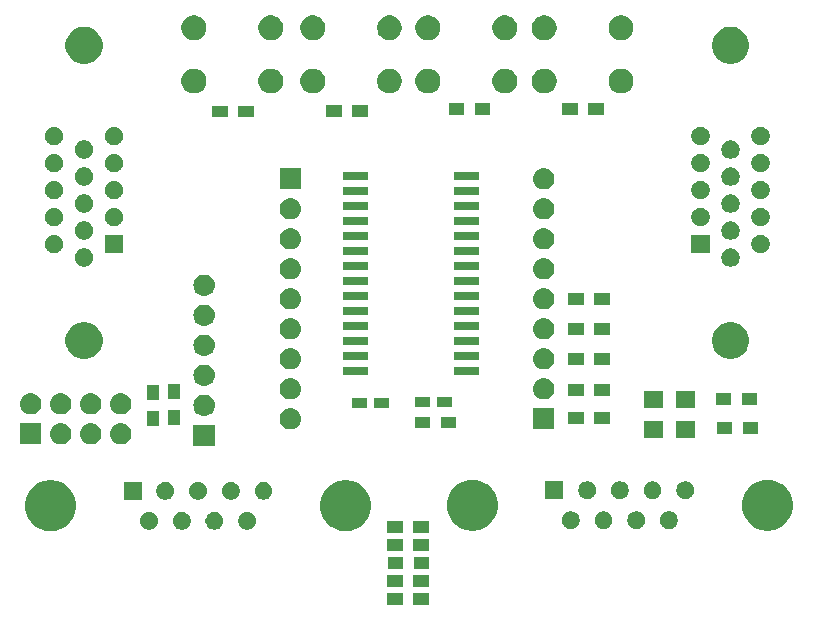
<source format=gbr>
%TF.GenerationSoftware,KiCad,Pcbnew,(5.0.1-3-g963ef8bb5)*%
%TF.CreationDate,2019-01-11T00:28:31-08:00*%
%TF.ProjectId,vga_i2c,7667615F6932632E6B696361645F7063,rev?*%
%TF.SameCoordinates,Original*%
%TF.FileFunction,Soldermask,Top*%
%TF.FilePolarity,Negative*%
%FSLAX46Y46*%
G04 Gerber Fmt 4.6, Leading zero omitted, Abs format (unit mm)*
G04 Created by KiCad (PCBNEW (5.0.1-3-g963ef8bb5)) date Friday, January 11, 2019 at 12:28:31 AM*
%MOMM*%
%LPD*%
G01*
G04 APERTURE LIST*
%ADD10C,0.100000*%
G04 APERTURE END LIST*
D10*
G36*
X85553200Y-104386800D02*
X84251600Y-104386800D01*
X84251600Y-103385200D01*
X85553200Y-103385200D01*
X85553200Y-104386800D01*
X85553200Y-104386800D01*
G37*
G36*
X83353200Y-104386800D02*
X82051600Y-104386800D01*
X82051600Y-103385200D01*
X83353200Y-103385200D01*
X83353200Y-104386800D01*
X83353200Y-104386800D01*
G37*
G36*
X85570800Y-102862800D02*
X84269200Y-102862800D01*
X84269200Y-101861200D01*
X85570800Y-101861200D01*
X85570800Y-102862800D01*
X85570800Y-102862800D01*
G37*
G36*
X83370800Y-102862800D02*
X82069200Y-102862800D01*
X82069200Y-101861200D01*
X83370800Y-101861200D01*
X83370800Y-102862800D01*
X83370800Y-102862800D01*
G37*
G36*
X83388400Y-101338800D02*
X82086800Y-101338800D01*
X82086800Y-100337200D01*
X83388400Y-100337200D01*
X83388400Y-101338800D01*
X83388400Y-101338800D01*
G37*
G36*
X85588400Y-101338800D02*
X84286800Y-101338800D01*
X84286800Y-100337200D01*
X85588400Y-100337200D01*
X85588400Y-101338800D01*
X85588400Y-101338800D01*
G37*
G36*
X85553200Y-99814800D02*
X84251600Y-99814800D01*
X84251600Y-98813200D01*
X85553200Y-98813200D01*
X85553200Y-99814800D01*
X85553200Y-99814800D01*
G37*
G36*
X83353200Y-99814800D02*
X82051600Y-99814800D01*
X82051600Y-98813200D01*
X83353200Y-98813200D01*
X83353200Y-99814800D01*
X83353200Y-99814800D01*
G37*
G36*
X83353200Y-98290800D02*
X82051600Y-98290800D01*
X82051600Y-97289200D01*
X83353200Y-97289200D01*
X83353200Y-98290800D01*
X83353200Y-98290800D01*
G37*
G36*
X85553200Y-98290800D02*
X84251600Y-98290800D01*
X84251600Y-97289200D01*
X85553200Y-97289200D01*
X85553200Y-98290800D01*
X85553200Y-98290800D01*
G37*
G36*
X78909308Y-93885361D02*
X79164699Y-93936161D01*
X79557575Y-94098896D01*
X79911155Y-94335150D01*
X80211850Y-94635845D01*
X80448104Y-94989425D01*
X80610839Y-95382301D01*
X80623509Y-95446000D01*
X80683696Y-95748577D01*
X80693800Y-95799377D01*
X80693800Y-96224623D01*
X80610839Y-96641699D01*
X80448104Y-97034575D01*
X80211850Y-97388155D01*
X79911155Y-97688850D01*
X79557575Y-97925104D01*
X79164699Y-98087839D01*
X78914453Y-98137616D01*
X78747625Y-98170800D01*
X78322375Y-98170800D01*
X78155547Y-98137616D01*
X77905301Y-98087839D01*
X77512425Y-97925104D01*
X77158845Y-97688850D01*
X76858150Y-97388155D01*
X76621896Y-97034575D01*
X76459161Y-96641699D01*
X76376200Y-96224623D01*
X76376200Y-95799377D01*
X76386305Y-95748577D01*
X76446491Y-95446000D01*
X76459161Y-95382301D01*
X76621896Y-94989425D01*
X76858150Y-94635845D01*
X77158845Y-94335150D01*
X77512425Y-94098896D01*
X77905301Y-93936161D01*
X78160692Y-93885361D01*
X78322375Y-93853200D01*
X78747625Y-93853200D01*
X78909308Y-93885361D01*
X78909308Y-93885361D01*
G37*
G36*
X53919308Y-93885361D02*
X54174699Y-93936161D01*
X54567575Y-94098896D01*
X54921155Y-94335150D01*
X55221850Y-94635845D01*
X55458104Y-94989425D01*
X55620839Y-95382301D01*
X55633509Y-95446000D01*
X55693696Y-95748577D01*
X55703800Y-95799377D01*
X55703800Y-96224623D01*
X55620839Y-96641699D01*
X55458104Y-97034575D01*
X55221850Y-97388155D01*
X54921155Y-97688850D01*
X54567575Y-97925104D01*
X54174699Y-98087839D01*
X53924453Y-98137616D01*
X53757625Y-98170800D01*
X53332375Y-98170800D01*
X53165547Y-98137616D01*
X52915301Y-98087839D01*
X52522425Y-97925104D01*
X52168845Y-97688850D01*
X51868150Y-97388155D01*
X51631896Y-97034575D01*
X51469161Y-96641699D01*
X51386200Y-96224623D01*
X51386200Y-95799377D01*
X51396305Y-95748577D01*
X51456491Y-95446000D01*
X51469161Y-95382301D01*
X51631896Y-94989425D01*
X51868150Y-94635845D01*
X52168845Y-94335150D01*
X52522425Y-94098896D01*
X52915301Y-93936161D01*
X53170692Y-93885361D01*
X53332375Y-93853200D01*
X53757625Y-93853200D01*
X53919308Y-93885361D01*
X53919308Y-93885361D01*
G37*
G36*
X114626853Y-93835584D02*
X114877099Y-93885361D01*
X115269975Y-94048096D01*
X115623555Y-94284350D01*
X115924250Y-94585045D01*
X116160504Y-94938625D01*
X116323239Y-95331501D01*
X116333344Y-95382304D01*
X116406200Y-95748575D01*
X116406200Y-96173825D01*
X116396095Y-96224625D01*
X116323239Y-96590899D01*
X116160504Y-96983775D01*
X115924250Y-97337355D01*
X115623555Y-97638050D01*
X115269975Y-97874304D01*
X114877099Y-98037039D01*
X114626853Y-98086816D01*
X114460025Y-98120000D01*
X114034775Y-98120000D01*
X113867947Y-98086816D01*
X113617701Y-98037039D01*
X113224825Y-97874304D01*
X112871245Y-97638050D01*
X112570550Y-97337355D01*
X112334296Y-96983775D01*
X112171561Y-96590899D01*
X112098705Y-96224625D01*
X112088600Y-96173825D01*
X112088600Y-95748575D01*
X112161456Y-95382304D01*
X112171561Y-95331501D01*
X112334296Y-94938625D01*
X112570550Y-94585045D01*
X112871245Y-94284350D01*
X113224825Y-94048096D01*
X113617701Y-93885361D01*
X113867947Y-93835584D01*
X114034775Y-93802400D01*
X114460025Y-93802400D01*
X114626853Y-93835584D01*
X114626853Y-93835584D01*
G37*
G36*
X89636853Y-93835584D02*
X89887099Y-93885361D01*
X90279975Y-94048096D01*
X90633555Y-94284350D01*
X90934250Y-94585045D01*
X91170504Y-94938625D01*
X91333239Y-95331501D01*
X91343344Y-95382304D01*
X91416200Y-95748575D01*
X91416200Y-96173825D01*
X91406095Y-96224625D01*
X91333239Y-96590899D01*
X91170504Y-96983775D01*
X90934250Y-97337355D01*
X90633555Y-97638050D01*
X90279975Y-97874304D01*
X89887099Y-98037039D01*
X89636853Y-98086816D01*
X89470025Y-98120000D01*
X89044775Y-98120000D01*
X88877947Y-98086816D01*
X88627701Y-98037039D01*
X88234825Y-97874304D01*
X87881245Y-97638050D01*
X87580550Y-97337355D01*
X87344296Y-96983775D01*
X87181561Y-96590899D01*
X87108705Y-96224625D01*
X87098600Y-96173825D01*
X87098600Y-95748575D01*
X87171456Y-95382304D01*
X87181561Y-95331501D01*
X87344296Y-94938625D01*
X87580550Y-94585045D01*
X87881245Y-94284350D01*
X88234825Y-94048096D01*
X88627701Y-93885361D01*
X88877947Y-93835584D01*
X89044775Y-93802400D01*
X89470025Y-93802400D01*
X89636853Y-93835584D01*
X89636853Y-93835584D01*
G37*
G36*
X70415167Y-96556206D02*
X70552533Y-96613105D01*
X70676158Y-96695709D01*
X70781291Y-96800842D01*
X70863895Y-96924467D01*
X70920794Y-97061833D01*
X70949800Y-97207657D01*
X70949800Y-97356343D01*
X70920794Y-97502167D01*
X70863895Y-97639533D01*
X70781291Y-97763158D01*
X70676158Y-97868291D01*
X70552533Y-97950895D01*
X70415167Y-98007794D01*
X70269343Y-98036800D01*
X70120657Y-98036800D01*
X69974833Y-98007794D01*
X69837467Y-97950895D01*
X69713842Y-97868291D01*
X69608709Y-97763158D01*
X69526105Y-97639533D01*
X69469206Y-97502167D01*
X69440200Y-97356343D01*
X69440200Y-97207657D01*
X69469206Y-97061833D01*
X69526105Y-96924467D01*
X69608709Y-96800842D01*
X69713842Y-96695709D01*
X69837467Y-96613105D01*
X69974833Y-96556206D01*
X70120657Y-96527200D01*
X70269343Y-96527200D01*
X70415167Y-96556206D01*
X70415167Y-96556206D01*
G37*
G36*
X67645167Y-96556206D02*
X67782533Y-96613105D01*
X67906158Y-96695709D01*
X68011291Y-96800842D01*
X68093895Y-96924467D01*
X68150794Y-97061833D01*
X68179800Y-97207657D01*
X68179800Y-97356343D01*
X68150794Y-97502167D01*
X68093895Y-97639533D01*
X68011291Y-97763158D01*
X67906158Y-97868291D01*
X67782533Y-97950895D01*
X67645167Y-98007794D01*
X67499343Y-98036800D01*
X67350657Y-98036800D01*
X67204833Y-98007794D01*
X67067467Y-97950895D01*
X66943842Y-97868291D01*
X66838709Y-97763158D01*
X66756105Y-97639533D01*
X66699206Y-97502167D01*
X66670200Y-97356343D01*
X66670200Y-97207657D01*
X66699206Y-97061833D01*
X66756105Y-96924467D01*
X66838709Y-96800842D01*
X66943842Y-96695709D01*
X67067467Y-96613105D01*
X67204833Y-96556206D01*
X67350657Y-96527200D01*
X67499343Y-96527200D01*
X67645167Y-96556206D01*
X67645167Y-96556206D01*
G37*
G36*
X64875167Y-96556206D02*
X65012533Y-96613105D01*
X65136158Y-96695709D01*
X65241291Y-96800842D01*
X65323895Y-96924467D01*
X65380794Y-97061833D01*
X65409800Y-97207657D01*
X65409800Y-97356343D01*
X65380794Y-97502167D01*
X65323895Y-97639533D01*
X65241291Y-97763158D01*
X65136158Y-97868291D01*
X65012533Y-97950895D01*
X64875167Y-98007794D01*
X64729343Y-98036800D01*
X64580657Y-98036800D01*
X64434833Y-98007794D01*
X64297467Y-97950895D01*
X64173842Y-97868291D01*
X64068709Y-97763158D01*
X63986105Y-97639533D01*
X63929206Y-97502167D01*
X63900200Y-97356343D01*
X63900200Y-97207657D01*
X63929206Y-97061833D01*
X63986105Y-96924467D01*
X64068709Y-96800842D01*
X64173842Y-96695709D01*
X64297467Y-96613105D01*
X64434833Y-96556206D01*
X64580657Y-96527200D01*
X64729343Y-96527200D01*
X64875167Y-96556206D01*
X64875167Y-96556206D01*
G37*
G36*
X62105167Y-96556206D02*
X62242533Y-96613105D01*
X62366158Y-96695709D01*
X62471291Y-96800842D01*
X62553895Y-96924467D01*
X62610794Y-97061833D01*
X62639800Y-97207657D01*
X62639800Y-97356343D01*
X62610794Y-97502167D01*
X62553895Y-97639533D01*
X62471291Y-97763158D01*
X62366158Y-97868291D01*
X62242533Y-97950895D01*
X62105167Y-98007794D01*
X61959343Y-98036800D01*
X61810657Y-98036800D01*
X61664833Y-98007794D01*
X61527467Y-97950895D01*
X61403842Y-97868291D01*
X61298709Y-97763158D01*
X61216105Y-97639533D01*
X61159206Y-97502167D01*
X61130200Y-97356343D01*
X61130200Y-97207657D01*
X61159206Y-97061833D01*
X61216105Y-96924467D01*
X61298709Y-96800842D01*
X61403842Y-96695709D01*
X61527467Y-96613105D01*
X61664833Y-96556206D01*
X61810657Y-96527200D01*
X61959343Y-96527200D01*
X62105167Y-96556206D01*
X62105167Y-96556206D01*
G37*
G36*
X106127567Y-96505406D02*
X106264933Y-96562305D01*
X106388558Y-96644909D01*
X106493691Y-96750042D01*
X106576295Y-96873667D01*
X106633194Y-97011033D01*
X106662200Y-97156857D01*
X106662200Y-97305543D01*
X106633194Y-97451367D01*
X106576295Y-97588733D01*
X106493691Y-97712358D01*
X106388558Y-97817491D01*
X106264933Y-97900095D01*
X106127567Y-97956994D01*
X105981743Y-97986000D01*
X105833057Y-97986000D01*
X105687233Y-97956994D01*
X105549867Y-97900095D01*
X105426242Y-97817491D01*
X105321109Y-97712358D01*
X105238505Y-97588733D01*
X105181606Y-97451367D01*
X105152600Y-97305543D01*
X105152600Y-97156857D01*
X105181606Y-97011033D01*
X105238505Y-96873667D01*
X105321109Y-96750042D01*
X105426242Y-96644909D01*
X105549867Y-96562305D01*
X105687233Y-96505406D01*
X105833057Y-96476400D01*
X105981743Y-96476400D01*
X106127567Y-96505406D01*
X106127567Y-96505406D01*
G37*
G36*
X103357567Y-96505406D02*
X103494933Y-96562305D01*
X103618558Y-96644909D01*
X103723691Y-96750042D01*
X103806295Y-96873667D01*
X103863194Y-97011033D01*
X103892200Y-97156857D01*
X103892200Y-97305543D01*
X103863194Y-97451367D01*
X103806295Y-97588733D01*
X103723691Y-97712358D01*
X103618558Y-97817491D01*
X103494933Y-97900095D01*
X103357567Y-97956994D01*
X103211743Y-97986000D01*
X103063057Y-97986000D01*
X102917233Y-97956994D01*
X102779867Y-97900095D01*
X102656242Y-97817491D01*
X102551109Y-97712358D01*
X102468505Y-97588733D01*
X102411606Y-97451367D01*
X102382600Y-97305543D01*
X102382600Y-97156857D01*
X102411606Y-97011033D01*
X102468505Y-96873667D01*
X102551109Y-96750042D01*
X102656242Y-96644909D01*
X102779867Y-96562305D01*
X102917233Y-96505406D01*
X103063057Y-96476400D01*
X103211743Y-96476400D01*
X103357567Y-96505406D01*
X103357567Y-96505406D01*
G37*
G36*
X100587567Y-96505406D02*
X100724933Y-96562305D01*
X100848558Y-96644909D01*
X100953691Y-96750042D01*
X101036295Y-96873667D01*
X101093194Y-97011033D01*
X101122200Y-97156857D01*
X101122200Y-97305543D01*
X101093194Y-97451367D01*
X101036295Y-97588733D01*
X100953691Y-97712358D01*
X100848558Y-97817491D01*
X100724933Y-97900095D01*
X100587567Y-97956994D01*
X100441743Y-97986000D01*
X100293057Y-97986000D01*
X100147233Y-97956994D01*
X100009867Y-97900095D01*
X99886242Y-97817491D01*
X99781109Y-97712358D01*
X99698505Y-97588733D01*
X99641606Y-97451367D01*
X99612600Y-97305543D01*
X99612600Y-97156857D01*
X99641606Y-97011033D01*
X99698505Y-96873667D01*
X99781109Y-96750042D01*
X99886242Y-96644909D01*
X100009867Y-96562305D01*
X100147233Y-96505406D01*
X100293057Y-96476400D01*
X100441743Y-96476400D01*
X100587567Y-96505406D01*
X100587567Y-96505406D01*
G37*
G36*
X97817567Y-96505406D02*
X97954933Y-96562305D01*
X98078558Y-96644909D01*
X98183691Y-96750042D01*
X98266295Y-96873667D01*
X98323194Y-97011033D01*
X98352200Y-97156857D01*
X98352200Y-97305543D01*
X98323194Y-97451367D01*
X98266295Y-97588733D01*
X98183691Y-97712358D01*
X98078558Y-97817491D01*
X97954933Y-97900095D01*
X97817567Y-97956994D01*
X97671743Y-97986000D01*
X97523057Y-97986000D01*
X97377233Y-97956994D01*
X97239867Y-97900095D01*
X97116242Y-97817491D01*
X97011109Y-97712358D01*
X96928505Y-97588733D01*
X96871606Y-97451367D01*
X96842600Y-97305543D01*
X96842600Y-97156857D01*
X96871606Y-97011033D01*
X96928505Y-96873667D01*
X97011109Y-96750042D01*
X97116242Y-96644909D01*
X97239867Y-96562305D01*
X97377233Y-96505406D01*
X97523057Y-96476400D01*
X97671743Y-96476400D01*
X97817567Y-96505406D01*
X97817567Y-96505406D01*
G37*
G36*
X69030167Y-94016206D02*
X69167533Y-94073105D01*
X69291158Y-94155709D01*
X69396291Y-94260842D01*
X69478895Y-94384467D01*
X69535794Y-94521833D01*
X69564800Y-94667657D01*
X69564800Y-94816343D01*
X69535794Y-94962167D01*
X69478895Y-95099533D01*
X69396291Y-95223158D01*
X69291158Y-95328291D01*
X69167533Y-95410895D01*
X69030167Y-95467794D01*
X68884343Y-95496800D01*
X68735657Y-95496800D01*
X68589833Y-95467794D01*
X68452467Y-95410895D01*
X68328842Y-95328291D01*
X68223709Y-95223158D01*
X68141105Y-95099533D01*
X68084206Y-94962167D01*
X68055200Y-94816343D01*
X68055200Y-94667657D01*
X68084206Y-94521833D01*
X68141105Y-94384467D01*
X68223709Y-94260842D01*
X68328842Y-94155709D01*
X68452467Y-94073105D01*
X68589833Y-94016206D01*
X68735657Y-93987200D01*
X68884343Y-93987200D01*
X69030167Y-94016206D01*
X69030167Y-94016206D01*
G37*
G36*
X71800167Y-94016206D02*
X71937533Y-94073105D01*
X72061158Y-94155709D01*
X72166291Y-94260842D01*
X72248895Y-94384467D01*
X72305794Y-94521833D01*
X72334800Y-94667657D01*
X72334800Y-94816343D01*
X72305794Y-94962167D01*
X72248895Y-95099533D01*
X72166291Y-95223158D01*
X72061158Y-95328291D01*
X71937533Y-95410895D01*
X71800167Y-95467794D01*
X71654343Y-95496800D01*
X71505657Y-95496800D01*
X71359833Y-95467794D01*
X71222467Y-95410895D01*
X71098842Y-95328291D01*
X70993709Y-95223158D01*
X70911105Y-95099533D01*
X70854206Y-94962167D01*
X70825200Y-94816343D01*
X70825200Y-94667657D01*
X70854206Y-94521833D01*
X70911105Y-94384467D01*
X70993709Y-94260842D01*
X71098842Y-94155709D01*
X71222467Y-94073105D01*
X71359833Y-94016206D01*
X71505657Y-93987200D01*
X71654343Y-93987200D01*
X71800167Y-94016206D01*
X71800167Y-94016206D01*
G37*
G36*
X61254800Y-95496800D02*
X59745200Y-95496800D01*
X59745200Y-93987200D01*
X61254800Y-93987200D01*
X61254800Y-95496800D01*
X61254800Y-95496800D01*
G37*
G36*
X63490167Y-94016206D02*
X63627533Y-94073105D01*
X63751158Y-94155709D01*
X63856291Y-94260842D01*
X63938895Y-94384467D01*
X63995794Y-94521833D01*
X64024800Y-94667657D01*
X64024800Y-94816343D01*
X63995794Y-94962167D01*
X63938895Y-95099533D01*
X63856291Y-95223158D01*
X63751158Y-95328291D01*
X63627533Y-95410895D01*
X63490167Y-95467794D01*
X63344343Y-95496800D01*
X63195657Y-95496800D01*
X63049833Y-95467794D01*
X62912467Y-95410895D01*
X62788842Y-95328291D01*
X62683709Y-95223158D01*
X62601105Y-95099533D01*
X62544206Y-94962167D01*
X62515200Y-94816343D01*
X62515200Y-94667657D01*
X62544206Y-94521833D01*
X62601105Y-94384467D01*
X62683709Y-94260842D01*
X62788842Y-94155709D01*
X62912467Y-94073105D01*
X63049833Y-94016206D01*
X63195657Y-93987200D01*
X63344343Y-93987200D01*
X63490167Y-94016206D01*
X63490167Y-94016206D01*
G37*
G36*
X66260167Y-94016206D02*
X66397533Y-94073105D01*
X66521158Y-94155709D01*
X66626291Y-94260842D01*
X66708895Y-94384467D01*
X66765794Y-94521833D01*
X66794800Y-94667657D01*
X66794800Y-94816343D01*
X66765794Y-94962167D01*
X66708895Y-95099533D01*
X66626291Y-95223158D01*
X66521158Y-95328291D01*
X66397533Y-95410895D01*
X66260167Y-95467794D01*
X66114343Y-95496800D01*
X65965657Y-95496800D01*
X65819833Y-95467794D01*
X65682467Y-95410895D01*
X65558842Y-95328291D01*
X65453709Y-95223158D01*
X65371105Y-95099533D01*
X65314206Y-94962167D01*
X65285200Y-94816343D01*
X65285200Y-94667657D01*
X65314206Y-94521833D01*
X65371105Y-94384467D01*
X65453709Y-94260842D01*
X65558842Y-94155709D01*
X65682467Y-94073105D01*
X65819833Y-94016206D01*
X65965657Y-93987200D01*
X66114343Y-93987200D01*
X66260167Y-94016206D01*
X66260167Y-94016206D01*
G37*
G36*
X96967200Y-95446000D02*
X95457600Y-95446000D01*
X95457600Y-93936400D01*
X96967200Y-93936400D01*
X96967200Y-95446000D01*
X96967200Y-95446000D01*
G37*
G36*
X99202567Y-93965406D02*
X99339933Y-94022305D01*
X99463558Y-94104909D01*
X99568691Y-94210042D01*
X99651295Y-94333667D01*
X99708194Y-94471033D01*
X99737200Y-94616857D01*
X99737200Y-94765543D01*
X99708194Y-94911367D01*
X99651295Y-95048733D01*
X99568691Y-95172358D01*
X99463558Y-95277491D01*
X99339933Y-95360095D01*
X99202567Y-95416994D01*
X99056743Y-95446000D01*
X98908057Y-95446000D01*
X98762233Y-95416994D01*
X98624867Y-95360095D01*
X98501242Y-95277491D01*
X98396109Y-95172358D01*
X98313505Y-95048733D01*
X98256606Y-94911367D01*
X98227600Y-94765543D01*
X98227600Y-94616857D01*
X98256606Y-94471033D01*
X98313505Y-94333667D01*
X98396109Y-94210042D01*
X98501242Y-94104909D01*
X98624867Y-94022305D01*
X98762233Y-93965406D01*
X98908057Y-93936400D01*
X99056743Y-93936400D01*
X99202567Y-93965406D01*
X99202567Y-93965406D01*
G37*
G36*
X101972567Y-93965406D02*
X102109933Y-94022305D01*
X102233558Y-94104909D01*
X102338691Y-94210042D01*
X102421295Y-94333667D01*
X102478194Y-94471033D01*
X102507200Y-94616857D01*
X102507200Y-94765543D01*
X102478194Y-94911367D01*
X102421295Y-95048733D01*
X102338691Y-95172358D01*
X102233558Y-95277491D01*
X102109933Y-95360095D01*
X101972567Y-95416994D01*
X101826743Y-95446000D01*
X101678057Y-95446000D01*
X101532233Y-95416994D01*
X101394867Y-95360095D01*
X101271242Y-95277491D01*
X101166109Y-95172358D01*
X101083505Y-95048733D01*
X101026606Y-94911367D01*
X100997600Y-94765543D01*
X100997600Y-94616857D01*
X101026606Y-94471033D01*
X101083505Y-94333667D01*
X101166109Y-94210042D01*
X101271242Y-94104909D01*
X101394867Y-94022305D01*
X101532233Y-93965406D01*
X101678057Y-93936400D01*
X101826743Y-93936400D01*
X101972567Y-93965406D01*
X101972567Y-93965406D01*
G37*
G36*
X104742567Y-93965406D02*
X104879933Y-94022305D01*
X105003558Y-94104909D01*
X105108691Y-94210042D01*
X105191295Y-94333667D01*
X105248194Y-94471033D01*
X105277200Y-94616857D01*
X105277200Y-94765543D01*
X105248194Y-94911367D01*
X105191295Y-95048733D01*
X105108691Y-95172358D01*
X105003558Y-95277491D01*
X104879933Y-95360095D01*
X104742567Y-95416994D01*
X104596743Y-95446000D01*
X104448057Y-95446000D01*
X104302233Y-95416994D01*
X104164867Y-95360095D01*
X104041242Y-95277491D01*
X103936109Y-95172358D01*
X103853505Y-95048733D01*
X103796606Y-94911367D01*
X103767600Y-94765543D01*
X103767600Y-94616857D01*
X103796606Y-94471033D01*
X103853505Y-94333667D01*
X103936109Y-94210042D01*
X104041242Y-94104909D01*
X104164867Y-94022305D01*
X104302233Y-93965406D01*
X104448057Y-93936400D01*
X104596743Y-93936400D01*
X104742567Y-93965406D01*
X104742567Y-93965406D01*
G37*
G36*
X107512567Y-93965406D02*
X107649933Y-94022305D01*
X107773558Y-94104909D01*
X107878691Y-94210042D01*
X107961295Y-94333667D01*
X108018194Y-94471033D01*
X108047200Y-94616857D01*
X108047200Y-94765543D01*
X108018194Y-94911367D01*
X107961295Y-95048733D01*
X107878691Y-95172358D01*
X107773558Y-95277491D01*
X107649933Y-95360095D01*
X107512567Y-95416994D01*
X107366743Y-95446000D01*
X107218057Y-95446000D01*
X107072233Y-95416994D01*
X106934867Y-95360095D01*
X106811242Y-95277491D01*
X106706109Y-95172358D01*
X106623505Y-95048733D01*
X106566606Y-94911367D01*
X106537600Y-94765543D01*
X106537600Y-94616857D01*
X106566606Y-94471033D01*
X106623505Y-94333667D01*
X106706109Y-94210042D01*
X106811242Y-94104909D01*
X106934867Y-94022305D01*
X107072233Y-93965406D01*
X107218057Y-93936400D01*
X107366743Y-93936400D01*
X107512567Y-93965406D01*
X107512567Y-93965406D01*
G37*
G36*
X67448800Y-90943800D02*
X65647200Y-90943800D01*
X65647200Y-89142200D01*
X67448800Y-89142200D01*
X67448800Y-90943800D01*
X67448800Y-90943800D01*
G37*
G36*
X59575162Y-89019545D02*
X59663388Y-89028234D01*
X59776589Y-89062573D01*
X59833190Y-89079743D01*
X59863604Y-89096000D01*
X59989679Y-89163389D01*
X60025409Y-89192712D01*
X60126844Y-89275956D01*
X60210088Y-89377391D01*
X60239411Y-89413121D01*
X60239412Y-89413123D01*
X60323057Y-89569610D01*
X60323057Y-89569611D01*
X60374566Y-89739412D01*
X60391958Y-89916000D01*
X60374566Y-90092588D01*
X60340227Y-90205789D01*
X60323057Y-90262390D01*
X60248978Y-90400980D01*
X60239411Y-90418879D01*
X60210088Y-90454609D01*
X60126844Y-90556044D01*
X60025409Y-90639288D01*
X59989679Y-90668611D01*
X59989677Y-90668612D01*
X59833190Y-90752257D01*
X59776589Y-90769427D01*
X59663388Y-90803766D01*
X59575162Y-90812455D01*
X59531050Y-90816800D01*
X59442550Y-90816800D01*
X59398438Y-90812455D01*
X59310212Y-90803766D01*
X59197011Y-90769427D01*
X59140410Y-90752257D01*
X58983923Y-90668612D01*
X58983921Y-90668611D01*
X58948191Y-90639288D01*
X58846756Y-90556044D01*
X58763512Y-90454609D01*
X58734189Y-90418879D01*
X58724622Y-90400980D01*
X58650543Y-90262390D01*
X58633373Y-90205789D01*
X58599034Y-90092588D01*
X58581642Y-89916000D01*
X58599034Y-89739412D01*
X58650543Y-89569611D01*
X58650543Y-89569610D01*
X58734188Y-89413123D01*
X58734189Y-89413121D01*
X58763512Y-89377391D01*
X58846756Y-89275956D01*
X58948191Y-89192712D01*
X58983921Y-89163389D01*
X59109996Y-89096000D01*
X59140410Y-89079743D01*
X59197011Y-89062573D01*
X59310212Y-89028234D01*
X59398438Y-89019545D01*
X59442550Y-89015200D01*
X59531050Y-89015200D01*
X59575162Y-89019545D01*
X59575162Y-89019545D01*
G37*
G36*
X52767600Y-90816800D02*
X50966000Y-90816800D01*
X50966000Y-89015200D01*
X52767600Y-89015200D01*
X52767600Y-90816800D01*
X52767600Y-90816800D01*
G37*
G36*
X54495162Y-89019545D02*
X54583388Y-89028234D01*
X54696589Y-89062573D01*
X54753190Y-89079743D01*
X54783604Y-89096000D01*
X54909679Y-89163389D01*
X54945409Y-89192712D01*
X55046844Y-89275956D01*
X55130088Y-89377391D01*
X55159411Y-89413121D01*
X55159412Y-89413123D01*
X55243057Y-89569610D01*
X55243057Y-89569611D01*
X55294566Y-89739412D01*
X55311958Y-89916000D01*
X55294566Y-90092588D01*
X55260227Y-90205789D01*
X55243057Y-90262390D01*
X55168978Y-90400980D01*
X55159411Y-90418879D01*
X55130088Y-90454609D01*
X55046844Y-90556044D01*
X54945409Y-90639288D01*
X54909679Y-90668611D01*
X54909677Y-90668612D01*
X54753190Y-90752257D01*
X54696589Y-90769427D01*
X54583388Y-90803766D01*
X54495162Y-90812455D01*
X54451050Y-90816800D01*
X54362550Y-90816800D01*
X54318438Y-90812455D01*
X54230212Y-90803766D01*
X54117011Y-90769427D01*
X54060410Y-90752257D01*
X53903923Y-90668612D01*
X53903921Y-90668611D01*
X53868191Y-90639288D01*
X53766756Y-90556044D01*
X53683512Y-90454609D01*
X53654189Y-90418879D01*
X53644622Y-90400980D01*
X53570543Y-90262390D01*
X53553373Y-90205789D01*
X53519034Y-90092588D01*
X53501642Y-89916000D01*
X53519034Y-89739412D01*
X53570543Y-89569611D01*
X53570543Y-89569610D01*
X53654188Y-89413123D01*
X53654189Y-89413121D01*
X53683512Y-89377391D01*
X53766756Y-89275956D01*
X53868191Y-89192712D01*
X53903921Y-89163389D01*
X54029996Y-89096000D01*
X54060410Y-89079743D01*
X54117011Y-89062573D01*
X54230212Y-89028234D01*
X54318438Y-89019545D01*
X54362550Y-89015200D01*
X54451050Y-89015200D01*
X54495162Y-89019545D01*
X54495162Y-89019545D01*
G37*
G36*
X57035162Y-89019545D02*
X57123388Y-89028234D01*
X57236589Y-89062573D01*
X57293190Y-89079743D01*
X57323604Y-89096000D01*
X57449679Y-89163389D01*
X57485409Y-89192712D01*
X57586844Y-89275956D01*
X57670088Y-89377391D01*
X57699411Y-89413121D01*
X57699412Y-89413123D01*
X57783057Y-89569610D01*
X57783057Y-89569611D01*
X57834566Y-89739412D01*
X57851958Y-89916000D01*
X57834566Y-90092588D01*
X57800227Y-90205789D01*
X57783057Y-90262390D01*
X57708978Y-90400980D01*
X57699411Y-90418879D01*
X57670088Y-90454609D01*
X57586844Y-90556044D01*
X57485409Y-90639288D01*
X57449679Y-90668611D01*
X57449677Y-90668612D01*
X57293190Y-90752257D01*
X57236589Y-90769427D01*
X57123388Y-90803766D01*
X57035162Y-90812455D01*
X56991050Y-90816800D01*
X56902550Y-90816800D01*
X56858438Y-90812455D01*
X56770212Y-90803766D01*
X56657011Y-90769427D01*
X56600410Y-90752257D01*
X56443923Y-90668612D01*
X56443921Y-90668611D01*
X56408191Y-90639288D01*
X56306756Y-90556044D01*
X56223512Y-90454609D01*
X56194189Y-90418879D01*
X56184622Y-90400980D01*
X56110543Y-90262390D01*
X56093373Y-90205789D01*
X56059034Y-90092588D01*
X56041642Y-89916000D01*
X56059034Y-89739412D01*
X56110543Y-89569611D01*
X56110543Y-89569610D01*
X56194188Y-89413123D01*
X56194189Y-89413121D01*
X56223512Y-89377391D01*
X56306756Y-89275956D01*
X56408191Y-89192712D01*
X56443921Y-89163389D01*
X56569996Y-89096000D01*
X56600410Y-89079743D01*
X56657011Y-89062573D01*
X56770212Y-89028234D01*
X56858438Y-89019545D01*
X56902550Y-89015200D01*
X56991050Y-89015200D01*
X57035162Y-89019545D01*
X57035162Y-89019545D01*
G37*
G36*
X108115800Y-90235800D02*
X106514200Y-90235800D01*
X106514200Y-88834200D01*
X108115800Y-88834200D01*
X108115800Y-90235800D01*
X108115800Y-90235800D01*
G37*
G36*
X105415800Y-90235800D02*
X103814200Y-90235800D01*
X103814200Y-88834200D01*
X105415800Y-88834200D01*
X105415800Y-90235800D01*
X105415800Y-90235800D01*
G37*
G36*
X111290300Y-89908800D02*
X109988700Y-89908800D01*
X109988700Y-88907200D01*
X111290300Y-88907200D01*
X111290300Y-89908800D01*
X111290300Y-89908800D01*
G37*
G36*
X113490300Y-89908800D02*
X112188700Y-89908800D01*
X112188700Y-88907200D01*
X113490300Y-88907200D01*
X113490300Y-89908800D01*
X113490300Y-89908800D01*
G37*
G36*
X73938862Y-87749545D02*
X74027088Y-87758234D01*
X74140289Y-87792573D01*
X74196890Y-87809743D01*
X74271063Y-87849390D01*
X74353379Y-87893389D01*
X74389109Y-87922712D01*
X74490544Y-88005956D01*
X74563127Y-88094400D01*
X74603111Y-88143121D01*
X74603112Y-88143123D01*
X74686757Y-88299610D01*
X74686757Y-88299611D01*
X74738266Y-88469412D01*
X74755658Y-88646000D01*
X74738266Y-88822588D01*
X74712599Y-88907200D01*
X74686757Y-88992390D01*
X74640065Y-89079743D01*
X74603111Y-89148879D01*
X74591203Y-89163389D01*
X74490544Y-89286044D01*
X74389109Y-89369288D01*
X74353379Y-89398611D01*
X74353377Y-89398612D01*
X74196890Y-89482257D01*
X74140289Y-89499427D01*
X74027088Y-89533766D01*
X73938862Y-89542455D01*
X73894750Y-89546800D01*
X73806250Y-89546800D01*
X73762138Y-89542455D01*
X73673912Y-89533766D01*
X73560711Y-89499427D01*
X73504110Y-89482257D01*
X73347623Y-89398612D01*
X73347621Y-89398611D01*
X73311891Y-89369288D01*
X73210456Y-89286044D01*
X73109797Y-89163389D01*
X73097889Y-89148879D01*
X73060935Y-89079743D01*
X73014243Y-88992390D01*
X72988401Y-88907200D01*
X72962734Y-88822588D01*
X72945342Y-88646000D01*
X72962734Y-88469412D01*
X73014243Y-88299611D01*
X73014243Y-88299610D01*
X73097888Y-88143123D01*
X73097889Y-88143121D01*
X73137873Y-88094400D01*
X73210456Y-88005956D01*
X73311891Y-87922712D01*
X73347621Y-87893389D01*
X73429937Y-87849390D01*
X73504110Y-87809743D01*
X73560711Y-87792573D01*
X73673912Y-87758234D01*
X73762138Y-87749545D01*
X73806250Y-87745200D01*
X73894750Y-87745200D01*
X73938862Y-87749545D01*
X73938862Y-87749545D01*
G37*
G36*
X96214300Y-89546800D02*
X94412700Y-89546800D01*
X94412700Y-87745200D01*
X96214300Y-87745200D01*
X96214300Y-89546800D01*
X96214300Y-89546800D01*
G37*
G36*
X85699800Y-89464300D02*
X84398200Y-89464300D01*
X84398200Y-88462700D01*
X85699800Y-88462700D01*
X85699800Y-89464300D01*
X85699800Y-89464300D01*
G37*
G36*
X87899800Y-89464300D02*
X86598200Y-89464300D01*
X86598200Y-88462700D01*
X87899800Y-88462700D01*
X87899800Y-89464300D01*
X87899800Y-89464300D01*
G37*
G36*
X62730800Y-89261600D02*
X61729200Y-89261600D01*
X61729200Y-87960000D01*
X62730800Y-87960000D01*
X62730800Y-89261600D01*
X62730800Y-89261600D01*
G37*
G36*
X64508800Y-89195200D02*
X63507200Y-89195200D01*
X63507200Y-87893600D01*
X64508800Y-87893600D01*
X64508800Y-89195200D01*
X64508800Y-89195200D01*
G37*
G36*
X98694800Y-89096000D02*
X97393200Y-89096000D01*
X97393200Y-88094400D01*
X98694800Y-88094400D01*
X98694800Y-89096000D01*
X98694800Y-89096000D01*
G37*
G36*
X100894800Y-89096000D02*
X99593200Y-89096000D01*
X99593200Y-88094400D01*
X100894800Y-88094400D01*
X100894800Y-89096000D01*
X100894800Y-89096000D01*
G37*
G36*
X66636362Y-86606545D02*
X66724588Y-86615234D01*
X66837789Y-86649573D01*
X66894390Y-86666743D01*
X67023877Y-86735956D01*
X67050879Y-86750389D01*
X67086609Y-86779712D01*
X67188044Y-86862956D01*
X67253123Y-86942257D01*
X67300611Y-87000121D01*
X67300612Y-87000123D01*
X67384257Y-87156610D01*
X67384257Y-87156611D01*
X67435766Y-87326412D01*
X67453158Y-87503000D01*
X67435766Y-87679588D01*
X67411909Y-87758234D01*
X67384257Y-87849390D01*
X67360626Y-87893600D01*
X67300611Y-88005879D01*
X67271288Y-88041609D01*
X67188044Y-88143044D01*
X67103706Y-88212257D01*
X67050879Y-88255611D01*
X67050877Y-88255612D01*
X66894390Y-88339257D01*
X66837789Y-88356427D01*
X66724588Y-88390766D01*
X66636362Y-88399455D01*
X66592250Y-88403800D01*
X66503750Y-88403800D01*
X66459638Y-88399455D01*
X66371412Y-88390766D01*
X66258211Y-88356427D01*
X66201610Y-88339257D01*
X66045123Y-88255612D01*
X66045121Y-88255611D01*
X65992294Y-88212257D01*
X65907956Y-88143044D01*
X65824712Y-88041609D01*
X65795389Y-88005879D01*
X65735374Y-87893600D01*
X65711743Y-87849390D01*
X65684091Y-87758234D01*
X65660234Y-87679588D01*
X65642842Y-87503000D01*
X65660234Y-87326412D01*
X65711743Y-87156611D01*
X65711743Y-87156610D01*
X65795388Y-87000123D01*
X65795389Y-87000121D01*
X65842877Y-86942257D01*
X65907956Y-86862956D01*
X66009391Y-86779712D01*
X66045121Y-86750389D01*
X66072123Y-86735956D01*
X66201610Y-86666743D01*
X66258211Y-86649573D01*
X66371412Y-86615234D01*
X66459638Y-86606545D01*
X66503750Y-86602200D01*
X66592250Y-86602200D01*
X66636362Y-86606545D01*
X66636362Y-86606545D01*
G37*
G36*
X57035162Y-86479545D02*
X57123388Y-86488234D01*
X57236589Y-86522573D01*
X57293190Y-86539743D01*
X57410037Y-86602200D01*
X57449679Y-86623389D01*
X57485409Y-86652712D01*
X57586844Y-86735956D01*
X57658442Y-86823200D01*
X57699411Y-86873121D01*
X57699412Y-86873123D01*
X57783057Y-87029610D01*
X57783057Y-87029611D01*
X57834566Y-87199412D01*
X57851958Y-87376000D01*
X57834566Y-87552588D01*
X57800227Y-87665789D01*
X57783057Y-87722390D01*
X57736365Y-87809743D01*
X57699411Y-87878879D01*
X57670088Y-87914609D01*
X57586844Y-88016044D01*
X57491365Y-88094400D01*
X57449679Y-88128611D01*
X57449677Y-88128612D01*
X57293190Y-88212257D01*
X57236589Y-88229427D01*
X57123388Y-88263766D01*
X57035162Y-88272455D01*
X56991050Y-88276800D01*
X56902550Y-88276800D01*
X56858438Y-88272455D01*
X56770212Y-88263766D01*
X56657011Y-88229427D01*
X56600410Y-88212257D01*
X56443923Y-88128612D01*
X56443921Y-88128611D01*
X56402235Y-88094400D01*
X56306756Y-88016044D01*
X56223512Y-87914609D01*
X56194189Y-87878879D01*
X56157235Y-87809743D01*
X56110543Y-87722390D01*
X56093373Y-87665789D01*
X56059034Y-87552588D01*
X56041642Y-87376000D01*
X56059034Y-87199412D01*
X56110543Y-87029611D01*
X56110543Y-87029610D01*
X56194188Y-86873123D01*
X56194189Y-86873121D01*
X56235158Y-86823200D01*
X56306756Y-86735956D01*
X56408191Y-86652712D01*
X56443921Y-86623389D01*
X56483563Y-86602200D01*
X56600410Y-86539743D01*
X56657011Y-86522573D01*
X56770212Y-86488234D01*
X56858438Y-86479545D01*
X56902550Y-86475200D01*
X56991050Y-86475200D01*
X57035162Y-86479545D01*
X57035162Y-86479545D01*
G37*
G36*
X54495162Y-86479545D02*
X54583388Y-86488234D01*
X54696589Y-86522573D01*
X54753190Y-86539743D01*
X54870037Y-86602200D01*
X54909679Y-86623389D01*
X54945409Y-86652712D01*
X55046844Y-86735956D01*
X55118442Y-86823200D01*
X55159411Y-86873121D01*
X55159412Y-86873123D01*
X55243057Y-87029610D01*
X55243057Y-87029611D01*
X55294566Y-87199412D01*
X55311958Y-87376000D01*
X55294566Y-87552588D01*
X55260227Y-87665789D01*
X55243057Y-87722390D01*
X55196365Y-87809743D01*
X55159411Y-87878879D01*
X55130088Y-87914609D01*
X55046844Y-88016044D01*
X54951365Y-88094400D01*
X54909679Y-88128611D01*
X54909677Y-88128612D01*
X54753190Y-88212257D01*
X54696589Y-88229427D01*
X54583388Y-88263766D01*
X54495162Y-88272455D01*
X54451050Y-88276800D01*
X54362550Y-88276800D01*
X54318438Y-88272455D01*
X54230212Y-88263766D01*
X54117011Y-88229427D01*
X54060410Y-88212257D01*
X53903923Y-88128612D01*
X53903921Y-88128611D01*
X53862235Y-88094400D01*
X53766756Y-88016044D01*
X53683512Y-87914609D01*
X53654189Y-87878879D01*
X53617235Y-87809743D01*
X53570543Y-87722390D01*
X53553373Y-87665789D01*
X53519034Y-87552588D01*
X53501642Y-87376000D01*
X53519034Y-87199412D01*
X53570543Y-87029611D01*
X53570543Y-87029610D01*
X53654188Y-86873123D01*
X53654189Y-86873121D01*
X53695158Y-86823200D01*
X53766756Y-86735956D01*
X53868191Y-86652712D01*
X53903921Y-86623389D01*
X53943563Y-86602200D01*
X54060410Y-86539743D01*
X54117011Y-86522573D01*
X54230212Y-86488234D01*
X54318438Y-86479545D01*
X54362550Y-86475200D01*
X54451050Y-86475200D01*
X54495162Y-86479545D01*
X54495162Y-86479545D01*
G37*
G36*
X51955162Y-86479545D02*
X52043388Y-86488234D01*
X52156589Y-86522573D01*
X52213190Y-86539743D01*
X52330037Y-86602200D01*
X52369679Y-86623389D01*
X52405409Y-86652712D01*
X52506844Y-86735956D01*
X52578442Y-86823200D01*
X52619411Y-86873121D01*
X52619412Y-86873123D01*
X52703057Y-87029610D01*
X52703057Y-87029611D01*
X52754566Y-87199412D01*
X52771958Y-87376000D01*
X52754566Y-87552588D01*
X52720227Y-87665789D01*
X52703057Y-87722390D01*
X52656365Y-87809743D01*
X52619411Y-87878879D01*
X52590088Y-87914609D01*
X52506844Y-88016044D01*
X52411365Y-88094400D01*
X52369679Y-88128611D01*
X52369677Y-88128612D01*
X52213190Y-88212257D01*
X52156589Y-88229427D01*
X52043388Y-88263766D01*
X51955162Y-88272455D01*
X51911050Y-88276800D01*
X51822550Y-88276800D01*
X51778438Y-88272455D01*
X51690212Y-88263766D01*
X51577011Y-88229427D01*
X51520410Y-88212257D01*
X51363923Y-88128612D01*
X51363921Y-88128611D01*
X51322235Y-88094400D01*
X51226756Y-88016044D01*
X51143512Y-87914609D01*
X51114189Y-87878879D01*
X51077235Y-87809743D01*
X51030543Y-87722390D01*
X51013373Y-87665789D01*
X50979034Y-87552588D01*
X50961642Y-87376000D01*
X50979034Y-87199412D01*
X51030543Y-87029611D01*
X51030543Y-87029610D01*
X51114188Y-86873123D01*
X51114189Y-86873121D01*
X51155158Y-86823200D01*
X51226756Y-86735956D01*
X51328191Y-86652712D01*
X51363921Y-86623389D01*
X51403563Y-86602200D01*
X51520410Y-86539743D01*
X51577011Y-86522573D01*
X51690212Y-86488234D01*
X51778438Y-86479545D01*
X51822550Y-86475200D01*
X51911050Y-86475200D01*
X51955162Y-86479545D01*
X51955162Y-86479545D01*
G37*
G36*
X59575162Y-86479545D02*
X59663388Y-86488234D01*
X59776589Y-86522573D01*
X59833190Y-86539743D01*
X59950037Y-86602200D01*
X59989679Y-86623389D01*
X60025409Y-86652712D01*
X60126844Y-86735956D01*
X60198442Y-86823200D01*
X60239411Y-86873121D01*
X60239412Y-86873123D01*
X60323057Y-87029610D01*
X60323057Y-87029611D01*
X60374566Y-87199412D01*
X60391958Y-87376000D01*
X60374566Y-87552588D01*
X60340227Y-87665789D01*
X60323057Y-87722390D01*
X60276365Y-87809743D01*
X60239411Y-87878879D01*
X60210088Y-87914609D01*
X60126844Y-88016044D01*
X60031365Y-88094400D01*
X59989679Y-88128611D01*
X59989677Y-88128612D01*
X59833190Y-88212257D01*
X59776589Y-88229427D01*
X59663388Y-88263766D01*
X59575162Y-88272455D01*
X59531050Y-88276800D01*
X59442550Y-88276800D01*
X59398438Y-88272455D01*
X59310212Y-88263766D01*
X59197011Y-88229427D01*
X59140410Y-88212257D01*
X58983923Y-88128612D01*
X58983921Y-88128611D01*
X58942235Y-88094400D01*
X58846756Y-88016044D01*
X58763512Y-87914609D01*
X58734189Y-87878879D01*
X58697235Y-87809743D01*
X58650543Y-87722390D01*
X58633373Y-87665789D01*
X58599034Y-87552588D01*
X58581642Y-87376000D01*
X58599034Y-87199412D01*
X58650543Y-87029611D01*
X58650543Y-87029610D01*
X58734188Y-86873123D01*
X58734189Y-86873121D01*
X58775158Y-86823200D01*
X58846756Y-86735956D01*
X58948191Y-86652712D01*
X58983921Y-86623389D01*
X59023563Y-86602200D01*
X59140410Y-86539743D01*
X59197011Y-86522573D01*
X59310212Y-86488234D01*
X59398438Y-86479545D01*
X59442550Y-86475200D01*
X59531050Y-86475200D01*
X59575162Y-86479545D01*
X59575162Y-86479545D01*
G37*
G36*
X82245800Y-87738300D02*
X80944200Y-87738300D01*
X80944200Y-86886700D01*
X82245800Y-86886700D01*
X82245800Y-87738300D01*
X82245800Y-87738300D01*
G37*
G36*
X80345800Y-87738300D02*
X79044200Y-87738300D01*
X79044200Y-86886700D01*
X80345800Y-86886700D01*
X80345800Y-87738300D01*
X80345800Y-87738300D01*
G37*
G36*
X105398000Y-87721200D02*
X103796400Y-87721200D01*
X103796400Y-86319600D01*
X105398000Y-86319600D01*
X105398000Y-87721200D01*
X105398000Y-87721200D01*
G37*
G36*
X108098000Y-87721200D02*
X106496400Y-87721200D01*
X106496400Y-86319600D01*
X108098000Y-86319600D01*
X108098000Y-87721200D01*
X108098000Y-87721200D01*
G37*
G36*
X85679800Y-87674800D02*
X84378200Y-87674800D01*
X84378200Y-86823200D01*
X85679800Y-86823200D01*
X85679800Y-87674800D01*
X85679800Y-87674800D01*
G37*
G36*
X87579800Y-87674800D02*
X86278200Y-87674800D01*
X86278200Y-86823200D01*
X87579800Y-86823200D01*
X87579800Y-87674800D01*
X87579800Y-87674800D01*
G37*
G36*
X113363300Y-87495800D02*
X112061700Y-87495800D01*
X112061700Y-86494200D01*
X113363300Y-86494200D01*
X113363300Y-87495800D01*
X113363300Y-87495800D01*
G37*
G36*
X111163300Y-87495800D02*
X109861700Y-87495800D01*
X109861700Y-86494200D01*
X111163300Y-86494200D01*
X111163300Y-87495800D01*
X111163300Y-87495800D01*
G37*
G36*
X62730800Y-87061600D02*
X61729200Y-87061600D01*
X61729200Y-85760000D01*
X62730800Y-85760000D01*
X62730800Y-87061600D01*
X62730800Y-87061600D01*
G37*
G36*
X95401862Y-85209545D02*
X95490088Y-85218234D01*
X95603289Y-85252573D01*
X95659890Y-85269743D01*
X95734063Y-85309390D01*
X95816379Y-85353389D01*
X95852109Y-85382712D01*
X95953544Y-85465956D01*
X96036788Y-85567391D01*
X96066111Y-85603121D01*
X96066112Y-85603123D01*
X96149757Y-85759610D01*
X96149757Y-85759611D01*
X96201266Y-85929412D01*
X96218658Y-86106000D01*
X96201266Y-86282588D01*
X96190038Y-86319600D01*
X96149757Y-86452390D01*
X96103065Y-86539743D01*
X96066111Y-86608879D01*
X96054203Y-86623389D01*
X95953544Y-86746044D01*
X95859527Y-86823200D01*
X95816379Y-86858611D01*
X95816377Y-86858612D01*
X95659890Y-86942257D01*
X95603289Y-86959427D01*
X95490088Y-86993766D01*
X95425563Y-87000121D01*
X95357750Y-87006800D01*
X95269250Y-87006800D01*
X95201437Y-87000121D01*
X95136912Y-86993766D01*
X95023711Y-86959427D01*
X94967110Y-86942257D01*
X94810623Y-86858612D01*
X94810621Y-86858611D01*
X94767473Y-86823200D01*
X94673456Y-86746044D01*
X94572797Y-86623389D01*
X94560889Y-86608879D01*
X94523935Y-86539743D01*
X94477243Y-86452390D01*
X94436962Y-86319600D01*
X94425734Y-86282588D01*
X94408342Y-86106000D01*
X94425734Y-85929412D01*
X94477243Y-85759611D01*
X94477243Y-85759610D01*
X94560888Y-85603123D01*
X94560889Y-85603121D01*
X94590212Y-85567391D01*
X94673456Y-85465956D01*
X94774891Y-85382712D01*
X94810621Y-85353389D01*
X94892937Y-85309390D01*
X94967110Y-85269743D01*
X95023711Y-85252573D01*
X95136912Y-85218234D01*
X95225138Y-85209545D01*
X95269250Y-85205200D01*
X95357750Y-85205200D01*
X95401862Y-85209545D01*
X95401862Y-85209545D01*
G37*
G36*
X73938862Y-85209545D02*
X74027088Y-85218234D01*
X74140289Y-85252573D01*
X74196890Y-85269743D01*
X74271063Y-85309390D01*
X74353379Y-85353389D01*
X74389109Y-85382712D01*
X74490544Y-85465956D01*
X74573788Y-85567391D01*
X74603111Y-85603121D01*
X74603112Y-85603123D01*
X74686757Y-85759610D01*
X74686757Y-85759611D01*
X74738266Y-85929412D01*
X74755658Y-86106000D01*
X74738266Y-86282588D01*
X74727038Y-86319600D01*
X74686757Y-86452390D01*
X74640065Y-86539743D01*
X74603111Y-86608879D01*
X74591203Y-86623389D01*
X74490544Y-86746044D01*
X74396527Y-86823200D01*
X74353379Y-86858611D01*
X74353377Y-86858612D01*
X74196890Y-86942257D01*
X74140289Y-86959427D01*
X74027088Y-86993766D01*
X73962563Y-87000121D01*
X73894750Y-87006800D01*
X73806250Y-87006800D01*
X73738437Y-87000121D01*
X73673912Y-86993766D01*
X73560711Y-86959427D01*
X73504110Y-86942257D01*
X73347623Y-86858612D01*
X73347621Y-86858611D01*
X73304473Y-86823200D01*
X73210456Y-86746044D01*
X73109797Y-86623389D01*
X73097889Y-86608879D01*
X73060935Y-86539743D01*
X73014243Y-86452390D01*
X72973962Y-86319600D01*
X72962734Y-86282588D01*
X72945342Y-86106000D01*
X72962734Y-85929412D01*
X73014243Y-85759611D01*
X73014243Y-85759610D01*
X73097888Y-85603123D01*
X73097889Y-85603121D01*
X73127212Y-85567391D01*
X73210456Y-85465956D01*
X73311891Y-85382712D01*
X73347621Y-85353389D01*
X73429937Y-85309390D01*
X73504110Y-85269743D01*
X73560711Y-85252573D01*
X73673912Y-85218234D01*
X73762138Y-85209545D01*
X73806250Y-85205200D01*
X73894750Y-85205200D01*
X73938862Y-85209545D01*
X73938862Y-85209545D01*
G37*
G36*
X64508800Y-86995200D02*
X63507200Y-86995200D01*
X63507200Y-85693600D01*
X64508800Y-85693600D01*
X64508800Y-86995200D01*
X64508800Y-86995200D01*
G37*
G36*
X98694800Y-86708400D02*
X97393200Y-86708400D01*
X97393200Y-85706800D01*
X98694800Y-85706800D01*
X98694800Y-86708400D01*
X98694800Y-86708400D01*
G37*
G36*
X100894800Y-86708400D02*
X99593200Y-86708400D01*
X99593200Y-85706800D01*
X100894800Y-85706800D01*
X100894800Y-86708400D01*
X100894800Y-86708400D01*
G37*
G36*
X66636362Y-84066545D02*
X66724588Y-84075234D01*
X66837789Y-84109573D01*
X66894390Y-84126743D01*
X67032980Y-84200822D01*
X67050879Y-84210389D01*
X67076237Y-84231200D01*
X67188044Y-84322956D01*
X67253123Y-84402257D01*
X67300611Y-84460121D01*
X67300612Y-84460123D01*
X67384257Y-84616610D01*
X67384257Y-84616611D01*
X67435766Y-84786412D01*
X67453158Y-84963000D01*
X67435766Y-85139588D01*
X67411909Y-85218234D01*
X67384257Y-85309390D01*
X67310178Y-85447980D01*
X67300611Y-85465879D01*
X67271288Y-85501609D01*
X67188044Y-85603044D01*
X67086609Y-85686288D01*
X67050879Y-85715611D01*
X67050877Y-85715612D01*
X66894390Y-85799257D01*
X66837789Y-85816427D01*
X66724588Y-85850766D01*
X66636362Y-85859455D01*
X66592250Y-85863800D01*
X66503750Y-85863800D01*
X66459638Y-85859455D01*
X66371412Y-85850766D01*
X66258211Y-85816427D01*
X66201610Y-85799257D01*
X66045123Y-85715612D01*
X66045121Y-85715611D01*
X66009391Y-85686288D01*
X65907956Y-85603044D01*
X65824712Y-85501609D01*
X65795389Y-85465879D01*
X65785822Y-85447980D01*
X65711743Y-85309390D01*
X65684091Y-85218234D01*
X65660234Y-85139588D01*
X65642842Y-84963000D01*
X65660234Y-84786412D01*
X65711743Y-84616611D01*
X65711743Y-84616610D01*
X65795388Y-84460123D01*
X65795389Y-84460121D01*
X65842877Y-84402257D01*
X65907956Y-84322956D01*
X66019763Y-84231200D01*
X66045121Y-84210389D01*
X66063020Y-84200822D01*
X66201610Y-84126743D01*
X66258211Y-84109573D01*
X66371412Y-84075234D01*
X66459638Y-84066545D01*
X66503750Y-84062200D01*
X66592250Y-84062200D01*
X66636362Y-84066545D01*
X66636362Y-84066545D01*
G37*
G36*
X89824800Y-84932800D02*
X87723200Y-84932800D01*
X87723200Y-84231200D01*
X89824800Y-84231200D01*
X89824800Y-84932800D01*
X89824800Y-84932800D01*
G37*
G36*
X80424800Y-84932800D02*
X78323200Y-84932800D01*
X78323200Y-84231200D01*
X80424800Y-84231200D01*
X80424800Y-84932800D01*
X80424800Y-84932800D01*
G37*
G36*
X95401862Y-82669545D02*
X95490088Y-82678234D01*
X95603289Y-82712573D01*
X95659890Y-82729743D01*
X95734063Y-82769390D01*
X95816379Y-82813389D01*
X95852109Y-82842712D01*
X95953544Y-82925956D01*
X96036788Y-83027391D01*
X96066111Y-83063121D01*
X96066112Y-83063123D01*
X96149757Y-83219610D01*
X96159742Y-83252527D01*
X96201266Y-83389412D01*
X96218658Y-83566000D01*
X96201266Y-83742588D01*
X96166927Y-83855789D01*
X96149757Y-83912390D01*
X96075678Y-84050980D01*
X96066111Y-84068879D01*
X96036788Y-84104609D01*
X95953544Y-84206044D01*
X95852109Y-84289288D01*
X95816379Y-84318611D01*
X95816377Y-84318612D01*
X95659890Y-84402257D01*
X95603289Y-84419427D01*
X95490088Y-84453766D01*
X95425563Y-84460121D01*
X95357750Y-84466800D01*
X95269250Y-84466800D01*
X95201437Y-84460121D01*
X95136912Y-84453766D01*
X95023711Y-84419427D01*
X94967110Y-84402257D01*
X94810623Y-84318612D01*
X94810621Y-84318611D01*
X94774891Y-84289288D01*
X94673456Y-84206044D01*
X94590212Y-84104609D01*
X94560889Y-84068879D01*
X94551322Y-84050980D01*
X94477243Y-83912390D01*
X94460073Y-83855789D01*
X94425734Y-83742588D01*
X94408342Y-83566000D01*
X94425734Y-83389412D01*
X94467258Y-83252527D01*
X94477243Y-83219610D01*
X94560888Y-83063123D01*
X94560889Y-83063121D01*
X94590212Y-83027391D01*
X94673456Y-82925956D01*
X94774891Y-82842712D01*
X94810621Y-82813389D01*
X94892937Y-82769390D01*
X94967110Y-82729743D01*
X95023711Y-82712573D01*
X95136912Y-82678234D01*
X95225138Y-82669545D01*
X95269250Y-82665200D01*
X95357750Y-82665200D01*
X95401862Y-82669545D01*
X95401862Y-82669545D01*
G37*
G36*
X73938862Y-82669545D02*
X74027088Y-82678234D01*
X74140289Y-82712573D01*
X74196890Y-82729743D01*
X74271063Y-82769390D01*
X74353379Y-82813389D01*
X74389109Y-82842712D01*
X74490544Y-82925956D01*
X74573788Y-83027391D01*
X74603111Y-83063121D01*
X74603112Y-83063123D01*
X74686757Y-83219610D01*
X74696742Y-83252527D01*
X74738266Y-83389412D01*
X74755658Y-83566000D01*
X74738266Y-83742588D01*
X74703927Y-83855789D01*
X74686757Y-83912390D01*
X74612678Y-84050980D01*
X74603111Y-84068879D01*
X74573788Y-84104609D01*
X74490544Y-84206044D01*
X74389109Y-84289288D01*
X74353379Y-84318611D01*
X74353377Y-84318612D01*
X74196890Y-84402257D01*
X74140289Y-84419427D01*
X74027088Y-84453766D01*
X73962563Y-84460121D01*
X73894750Y-84466800D01*
X73806250Y-84466800D01*
X73738437Y-84460121D01*
X73673912Y-84453766D01*
X73560711Y-84419427D01*
X73504110Y-84402257D01*
X73347623Y-84318612D01*
X73347621Y-84318611D01*
X73311891Y-84289288D01*
X73210456Y-84206044D01*
X73127212Y-84104609D01*
X73097889Y-84068879D01*
X73088322Y-84050980D01*
X73014243Y-83912390D01*
X72997073Y-83855789D01*
X72962734Y-83742588D01*
X72945342Y-83566000D01*
X72962734Y-83389412D01*
X73004258Y-83252527D01*
X73014243Y-83219610D01*
X73097888Y-83063123D01*
X73097889Y-83063121D01*
X73127212Y-83027391D01*
X73210456Y-82925956D01*
X73311891Y-82842712D01*
X73347621Y-82813389D01*
X73429937Y-82769390D01*
X73504110Y-82729743D01*
X73560711Y-82712573D01*
X73673912Y-82678234D01*
X73762138Y-82669545D01*
X73806250Y-82665200D01*
X73894750Y-82665200D01*
X73938862Y-82669545D01*
X73938862Y-82669545D01*
G37*
G36*
X98694800Y-84066800D02*
X97393200Y-84066800D01*
X97393200Y-83065200D01*
X98694800Y-83065200D01*
X98694800Y-84066800D01*
X98694800Y-84066800D01*
G37*
G36*
X100894800Y-84066800D02*
X99593200Y-84066800D01*
X99593200Y-83065200D01*
X100894800Y-83065200D01*
X100894800Y-84066800D01*
X100894800Y-84066800D01*
G37*
G36*
X80424800Y-83662800D02*
X78323200Y-83662800D01*
X78323200Y-82961200D01*
X80424800Y-82961200D01*
X80424800Y-83662800D01*
X80424800Y-83662800D01*
G37*
G36*
X89824800Y-83662800D02*
X87723200Y-83662800D01*
X87723200Y-82961200D01*
X89824800Y-82961200D01*
X89824800Y-83662800D01*
X89824800Y-83662800D01*
G37*
G36*
X111584352Y-80515018D02*
X111870948Y-80633730D01*
X111998948Y-80719257D01*
X112128880Y-80806075D01*
X112348225Y-81025420D01*
X112520571Y-81283354D01*
X112639282Y-81569948D01*
X112699800Y-81874194D01*
X112699800Y-82184406D01*
X112639282Y-82488652D01*
X112522997Y-82769390D01*
X112520570Y-82775248D01*
X112495085Y-82813389D01*
X112348225Y-83033180D01*
X112128880Y-83252525D01*
X112128877Y-83252527D01*
X111870948Y-83424870D01*
X111870947Y-83424871D01*
X111870946Y-83424871D01*
X111584352Y-83543582D01*
X111280106Y-83604100D01*
X110969894Y-83604100D01*
X110665648Y-83543582D01*
X110379054Y-83424871D01*
X110379053Y-83424871D01*
X110379052Y-83424870D01*
X110121123Y-83252527D01*
X110121120Y-83252525D01*
X109901775Y-83033180D01*
X109754915Y-82813389D01*
X109729430Y-82775248D01*
X109727004Y-82769390D01*
X109610718Y-82488652D01*
X109550200Y-82184406D01*
X109550200Y-81874194D01*
X109610718Y-81569948D01*
X109729429Y-81283354D01*
X109901775Y-81025420D01*
X110121120Y-80806075D01*
X110251052Y-80719257D01*
X110379052Y-80633730D01*
X110665648Y-80515018D01*
X110969894Y-80454500D01*
X111280106Y-80454500D01*
X111584352Y-80515018D01*
X111584352Y-80515018D01*
G37*
G36*
X56847352Y-80515018D02*
X57133948Y-80633730D01*
X57261948Y-80719257D01*
X57391880Y-80806075D01*
X57611225Y-81025420D01*
X57783571Y-81283354D01*
X57902282Y-81569948D01*
X57962800Y-81874194D01*
X57962800Y-82184406D01*
X57902282Y-82488652D01*
X57785997Y-82769390D01*
X57783570Y-82775248D01*
X57758085Y-82813389D01*
X57611225Y-83033180D01*
X57391880Y-83252525D01*
X57391877Y-83252527D01*
X57133948Y-83424870D01*
X57133947Y-83424871D01*
X57133946Y-83424871D01*
X56847352Y-83543582D01*
X56543106Y-83604100D01*
X56232894Y-83604100D01*
X55928648Y-83543582D01*
X55642054Y-83424871D01*
X55642053Y-83424871D01*
X55642052Y-83424870D01*
X55384123Y-83252527D01*
X55384120Y-83252525D01*
X55164775Y-83033180D01*
X55017915Y-82813389D01*
X54992430Y-82775248D01*
X54990004Y-82769390D01*
X54873718Y-82488652D01*
X54813200Y-82184406D01*
X54813200Y-81874194D01*
X54873718Y-81569948D01*
X54992429Y-81283354D01*
X55164775Y-81025420D01*
X55384120Y-80806075D01*
X55514052Y-80719257D01*
X55642052Y-80633730D01*
X55928648Y-80515018D01*
X56232894Y-80454500D01*
X56543106Y-80454500D01*
X56847352Y-80515018D01*
X56847352Y-80515018D01*
G37*
G36*
X66636362Y-81526545D02*
X66724588Y-81535234D01*
X66837789Y-81569573D01*
X66894390Y-81586743D01*
X67032980Y-81660822D01*
X67050879Y-81670389D01*
X67076237Y-81691200D01*
X67188044Y-81782956D01*
X67253123Y-81862257D01*
X67300611Y-81920121D01*
X67300612Y-81920123D01*
X67384257Y-82076610D01*
X67384257Y-82076611D01*
X67435766Y-82246412D01*
X67453158Y-82423000D01*
X67435766Y-82599588D01*
X67411909Y-82678234D01*
X67384257Y-82769390D01*
X67310178Y-82907980D01*
X67300611Y-82925879D01*
X67271624Y-82961200D01*
X67188044Y-83063044D01*
X67086609Y-83146288D01*
X67050879Y-83175611D01*
X67050877Y-83175612D01*
X66894390Y-83259257D01*
X66837789Y-83276427D01*
X66724588Y-83310766D01*
X66636362Y-83319455D01*
X66592250Y-83323800D01*
X66503750Y-83323800D01*
X66459638Y-83319455D01*
X66371412Y-83310766D01*
X66258211Y-83276427D01*
X66201610Y-83259257D01*
X66045123Y-83175612D01*
X66045121Y-83175611D01*
X66009391Y-83146288D01*
X65907956Y-83063044D01*
X65824376Y-82961200D01*
X65795389Y-82925879D01*
X65785822Y-82907980D01*
X65711743Y-82769390D01*
X65684091Y-82678234D01*
X65660234Y-82599588D01*
X65642842Y-82423000D01*
X65660234Y-82246412D01*
X65711743Y-82076611D01*
X65711743Y-82076610D01*
X65795388Y-81920123D01*
X65795389Y-81920121D01*
X65842877Y-81862257D01*
X65907956Y-81782956D01*
X66019763Y-81691200D01*
X66045121Y-81670389D01*
X66063020Y-81660822D01*
X66201610Y-81586743D01*
X66258211Y-81569573D01*
X66371412Y-81535234D01*
X66459638Y-81526545D01*
X66503750Y-81522200D01*
X66592250Y-81522200D01*
X66636362Y-81526545D01*
X66636362Y-81526545D01*
G37*
G36*
X80424800Y-82392800D02*
X78323200Y-82392800D01*
X78323200Y-81691200D01*
X80424800Y-81691200D01*
X80424800Y-82392800D01*
X80424800Y-82392800D01*
G37*
G36*
X89824800Y-82392800D02*
X87723200Y-82392800D01*
X87723200Y-81691200D01*
X89824800Y-81691200D01*
X89824800Y-82392800D01*
X89824800Y-82392800D01*
G37*
G36*
X73938862Y-80129545D02*
X74027088Y-80138234D01*
X74140289Y-80172573D01*
X74196890Y-80189743D01*
X74271063Y-80229390D01*
X74353379Y-80273389D01*
X74389109Y-80302712D01*
X74490544Y-80385956D01*
X74573788Y-80487391D01*
X74603111Y-80523121D01*
X74603112Y-80523123D01*
X74686757Y-80679610D01*
X74686757Y-80679611D01*
X74738266Y-80849412D01*
X74755658Y-81026000D01*
X74738266Y-81202588D01*
X74713766Y-81283352D01*
X74686757Y-81372390D01*
X74612678Y-81510980D01*
X74603111Y-81528879D01*
X74573788Y-81564609D01*
X74490544Y-81666044D01*
X74389109Y-81749288D01*
X74353379Y-81778611D01*
X74353377Y-81778612D01*
X74196890Y-81862257D01*
X74157532Y-81874196D01*
X74027088Y-81913766D01*
X73962563Y-81920121D01*
X73894750Y-81926800D01*
X73806250Y-81926800D01*
X73738437Y-81920121D01*
X73673912Y-81913766D01*
X73543468Y-81874196D01*
X73504110Y-81862257D01*
X73347623Y-81778612D01*
X73347621Y-81778611D01*
X73311891Y-81749288D01*
X73210456Y-81666044D01*
X73127212Y-81564609D01*
X73097889Y-81528879D01*
X73088322Y-81510980D01*
X73014243Y-81372390D01*
X72987234Y-81283352D01*
X72962734Y-81202588D01*
X72945342Y-81026000D01*
X72962734Y-80849412D01*
X73014243Y-80679611D01*
X73014243Y-80679610D01*
X73097888Y-80523123D01*
X73097889Y-80523121D01*
X73127212Y-80487391D01*
X73210456Y-80385956D01*
X73311891Y-80302712D01*
X73347621Y-80273389D01*
X73429937Y-80229390D01*
X73504110Y-80189743D01*
X73560711Y-80172573D01*
X73673912Y-80138234D01*
X73762138Y-80129545D01*
X73806250Y-80125200D01*
X73894750Y-80125200D01*
X73938862Y-80129545D01*
X73938862Y-80129545D01*
G37*
G36*
X95401862Y-80129545D02*
X95490088Y-80138234D01*
X95603289Y-80172573D01*
X95659890Y-80189743D01*
X95734063Y-80229390D01*
X95816379Y-80273389D01*
X95852109Y-80302712D01*
X95953544Y-80385956D01*
X96036788Y-80487391D01*
X96066111Y-80523121D01*
X96066112Y-80523123D01*
X96149757Y-80679610D01*
X96149757Y-80679611D01*
X96201266Y-80849412D01*
X96218658Y-81026000D01*
X96201266Y-81202588D01*
X96176766Y-81283352D01*
X96149757Y-81372390D01*
X96075678Y-81510980D01*
X96066111Y-81528879D01*
X96036788Y-81564609D01*
X95953544Y-81666044D01*
X95852109Y-81749288D01*
X95816379Y-81778611D01*
X95816377Y-81778612D01*
X95659890Y-81862257D01*
X95620532Y-81874196D01*
X95490088Y-81913766D01*
X95425563Y-81920121D01*
X95357750Y-81926800D01*
X95269250Y-81926800D01*
X95201437Y-81920121D01*
X95136912Y-81913766D01*
X95006468Y-81874196D01*
X94967110Y-81862257D01*
X94810623Y-81778612D01*
X94810621Y-81778611D01*
X94774891Y-81749288D01*
X94673456Y-81666044D01*
X94590212Y-81564609D01*
X94560889Y-81528879D01*
X94551322Y-81510980D01*
X94477243Y-81372390D01*
X94450234Y-81283352D01*
X94425734Y-81202588D01*
X94408342Y-81026000D01*
X94425734Y-80849412D01*
X94477243Y-80679611D01*
X94477243Y-80679610D01*
X94560888Y-80523123D01*
X94560889Y-80523121D01*
X94590212Y-80487391D01*
X94673456Y-80385956D01*
X94774891Y-80302712D01*
X94810621Y-80273389D01*
X94892937Y-80229390D01*
X94967110Y-80189743D01*
X95023711Y-80172573D01*
X95136912Y-80138234D01*
X95225138Y-80129545D01*
X95269250Y-80125200D01*
X95357750Y-80125200D01*
X95401862Y-80129545D01*
X95401862Y-80129545D01*
G37*
G36*
X100894800Y-81526800D02*
X99593200Y-81526800D01*
X99593200Y-80525200D01*
X100894800Y-80525200D01*
X100894800Y-81526800D01*
X100894800Y-81526800D01*
G37*
G36*
X98694800Y-81526800D02*
X97393200Y-81526800D01*
X97393200Y-80525200D01*
X98694800Y-80525200D01*
X98694800Y-81526800D01*
X98694800Y-81526800D01*
G37*
G36*
X89824800Y-81122800D02*
X87723200Y-81122800D01*
X87723200Y-80421200D01*
X89824800Y-80421200D01*
X89824800Y-81122800D01*
X89824800Y-81122800D01*
G37*
G36*
X80424800Y-81122800D02*
X78323200Y-81122800D01*
X78323200Y-80421200D01*
X80424800Y-80421200D01*
X80424800Y-81122800D01*
X80424800Y-81122800D01*
G37*
G36*
X66636362Y-78986545D02*
X66724588Y-78995234D01*
X66837789Y-79029573D01*
X66894390Y-79046743D01*
X67032980Y-79120822D01*
X67050879Y-79130389D01*
X67076237Y-79151200D01*
X67188044Y-79242956D01*
X67253123Y-79322257D01*
X67300611Y-79380121D01*
X67300612Y-79380123D01*
X67384257Y-79536610D01*
X67384257Y-79536611D01*
X67435766Y-79706412D01*
X67453158Y-79883000D01*
X67435766Y-80059588D01*
X67411909Y-80138234D01*
X67384257Y-80229390D01*
X67310178Y-80367980D01*
X67300611Y-80385879D01*
X67271624Y-80421200D01*
X67188044Y-80523044D01*
X67086609Y-80606288D01*
X67050879Y-80635611D01*
X67050877Y-80635612D01*
X66894390Y-80719257D01*
X66837789Y-80736427D01*
X66724588Y-80770766D01*
X66636362Y-80779455D01*
X66592250Y-80783800D01*
X66503750Y-80783800D01*
X66459638Y-80779455D01*
X66371412Y-80770766D01*
X66258211Y-80736427D01*
X66201610Y-80719257D01*
X66045123Y-80635612D01*
X66045121Y-80635611D01*
X66009391Y-80606288D01*
X65907956Y-80523044D01*
X65824376Y-80421200D01*
X65795389Y-80385879D01*
X65785822Y-80367980D01*
X65711743Y-80229390D01*
X65684091Y-80138234D01*
X65660234Y-80059588D01*
X65642842Y-79883000D01*
X65660234Y-79706412D01*
X65711743Y-79536611D01*
X65711743Y-79536610D01*
X65795388Y-79380123D01*
X65795389Y-79380121D01*
X65842877Y-79322257D01*
X65907956Y-79242956D01*
X66019763Y-79151200D01*
X66045121Y-79130389D01*
X66063020Y-79120822D01*
X66201610Y-79046743D01*
X66258211Y-79029573D01*
X66371412Y-78995234D01*
X66459638Y-78986545D01*
X66503750Y-78982200D01*
X66592250Y-78982200D01*
X66636362Y-78986545D01*
X66636362Y-78986545D01*
G37*
G36*
X89824800Y-79852800D02*
X87723200Y-79852800D01*
X87723200Y-79151200D01*
X89824800Y-79151200D01*
X89824800Y-79852800D01*
X89824800Y-79852800D01*
G37*
G36*
X80424800Y-79852800D02*
X78323200Y-79852800D01*
X78323200Y-79151200D01*
X80424800Y-79151200D01*
X80424800Y-79852800D01*
X80424800Y-79852800D01*
G37*
G36*
X95401862Y-77589545D02*
X95490088Y-77598234D01*
X95603289Y-77632573D01*
X95659890Y-77649743D01*
X95734063Y-77689390D01*
X95816379Y-77733389D01*
X95852109Y-77762712D01*
X95953544Y-77845956D01*
X96036788Y-77947391D01*
X96066111Y-77983121D01*
X96066112Y-77983123D01*
X96149757Y-78139610D01*
X96149757Y-78139611D01*
X96201266Y-78309412D01*
X96218658Y-78486000D01*
X96201266Y-78662588D01*
X96166927Y-78775789D01*
X96149757Y-78832390D01*
X96075678Y-78970980D01*
X96066111Y-78988879D01*
X96036788Y-79024609D01*
X95953544Y-79126044D01*
X95852109Y-79209288D01*
X95816379Y-79238611D01*
X95816377Y-79238612D01*
X95659890Y-79322257D01*
X95603289Y-79339427D01*
X95490088Y-79373766D01*
X95425563Y-79380121D01*
X95357750Y-79386800D01*
X95269250Y-79386800D01*
X95201437Y-79380121D01*
X95136912Y-79373766D01*
X95023711Y-79339427D01*
X94967110Y-79322257D01*
X94810623Y-79238612D01*
X94810621Y-79238611D01*
X94774891Y-79209288D01*
X94673456Y-79126044D01*
X94590212Y-79024609D01*
X94560889Y-78988879D01*
X94551322Y-78970980D01*
X94477243Y-78832390D01*
X94460073Y-78775789D01*
X94425734Y-78662588D01*
X94408342Y-78486000D01*
X94425734Y-78309412D01*
X94477243Y-78139611D01*
X94477243Y-78139610D01*
X94560888Y-77983123D01*
X94560889Y-77983121D01*
X94590212Y-77947391D01*
X94673456Y-77845956D01*
X94774891Y-77762712D01*
X94810621Y-77733389D01*
X94892937Y-77689390D01*
X94967110Y-77649743D01*
X95023711Y-77632573D01*
X95136912Y-77598234D01*
X95225138Y-77589545D01*
X95269250Y-77585200D01*
X95357750Y-77585200D01*
X95401862Y-77589545D01*
X95401862Y-77589545D01*
G37*
G36*
X73938862Y-77589545D02*
X74027088Y-77598234D01*
X74140289Y-77632573D01*
X74196890Y-77649743D01*
X74271063Y-77689390D01*
X74353379Y-77733389D01*
X74389109Y-77762712D01*
X74490544Y-77845956D01*
X74573788Y-77947391D01*
X74603111Y-77983121D01*
X74603112Y-77983123D01*
X74686757Y-78139610D01*
X74686757Y-78139611D01*
X74738266Y-78309412D01*
X74755658Y-78486000D01*
X74738266Y-78662588D01*
X74703927Y-78775789D01*
X74686757Y-78832390D01*
X74612678Y-78970980D01*
X74603111Y-78988879D01*
X74573788Y-79024609D01*
X74490544Y-79126044D01*
X74389109Y-79209288D01*
X74353379Y-79238611D01*
X74353377Y-79238612D01*
X74196890Y-79322257D01*
X74140289Y-79339427D01*
X74027088Y-79373766D01*
X73962563Y-79380121D01*
X73894750Y-79386800D01*
X73806250Y-79386800D01*
X73738437Y-79380121D01*
X73673912Y-79373766D01*
X73560711Y-79339427D01*
X73504110Y-79322257D01*
X73347623Y-79238612D01*
X73347621Y-79238611D01*
X73311891Y-79209288D01*
X73210456Y-79126044D01*
X73127212Y-79024609D01*
X73097889Y-78988879D01*
X73088322Y-78970980D01*
X73014243Y-78832390D01*
X72997073Y-78775789D01*
X72962734Y-78662588D01*
X72945342Y-78486000D01*
X72962734Y-78309412D01*
X73014243Y-78139611D01*
X73014243Y-78139610D01*
X73097888Y-77983123D01*
X73097889Y-77983121D01*
X73127212Y-77947391D01*
X73210456Y-77845956D01*
X73311891Y-77762712D01*
X73347621Y-77733389D01*
X73429937Y-77689390D01*
X73504110Y-77649743D01*
X73560711Y-77632573D01*
X73673912Y-77598234D01*
X73762138Y-77589545D01*
X73806250Y-77585200D01*
X73894750Y-77585200D01*
X73938862Y-77589545D01*
X73938862Y-77589545D01*
G37*
G36*
X100894800Y-79037600D02*
X99593200Y-79037600D01*
X99593200Y-78036000D01*
X100894800Y-78036000D01*
X100894800Y-79037600D01*
X100894800Y-79037600D01*
G37*
G36*
X98694800Y-79037600D02*
X97393200Y-79037600D01*
X97393200Y-78036000D01*
X98694800Y-78036000D01*
X98694800Y-79037600D01*
X98694800Y-79037600D01*
G37*
G36*
X89824800Y-78582800D02*
X87723200Y-78582800D01*
X87723200Y-77881200D01*
X89824800Y-77881200D01*
X89824800Y-78582800D01*
X89824800Y-78582800D01*
G37*
G36*
X80424800Y-78582800D02*
X78323200Y-78582800D01*
X78323200Y-77881200D01*
X80424800Y-77881200D01*
X80424800Y-78582800D01*
X80424800Y-78582800D01*
G37*
G36*
X66636362Y-76446545D02*
X66724588Y-76455234D01*
X66837789Y-76489573D01*
X66894390Y-76506743D01*
X67032980Y-76580822D01*
X67050879Y-76590389D01*
X67076237Y-76611200D01*
X67188044Y-76702956D01*
X67253123Y-76782257D01*
X67300611Y-76840121D01*
X67300612Y-76840123D01*
X67384257Y-76996610D01*
X67384257Y-76996611D01*
X67435766Y-77166412D01*
X67453158Y-77343000D01*
X67435766Y-77519588D01*
X67411909Y-77598234D01*
X67384257Y-77689390D01*
X67310178Y-77827980D01*
X67300611Y-77845879D01*
X67271624Y-77881200D01*
X67188044Y-77983044D01*
X67086609Y-78066288D01*
X67050879Y-78095611D01*
X67050877Y-78095612D01*
X66894390Y-78179257D01*
X66837789Y-78196427D01*
X66724588Y-78230766D01*
X66636362Y-78239455D01*
X66592250Y-78243800D01*
X66503750Y-78243800D01*
X66459638Y-78239455D01*
X66371412Y-78230766D01*
X66258211Y-78196427D01*
X66201610Y-78179257D01*
X66045123Y-78095612D01*
X66045121Y-78095611D01*
X66009391Y-78066288D01*
X65907956Y-77983044D01*
X65824376Y-77881200D01*
X65795389Y-77845879D01*
X65785822Y-77827980D01*
X65711743Y-77689390D01*
X65684091Y-77598234D01*
X65660234Y-77519588D01*
X65642842Y-77343000D01*
X65660234Y-77166412D01*
X65711743Y-76996611D01*
X65711743Y-76996610D01*
X65795388Y-76840123D01*
X65795389Y-76840121D01*
X65842877Y-76782257D01*
X65907956Y-76702956D01*
X66019763Y-76611200D01*
X66045121Y-76590389D01*
X66063020Y-76580822D01*
X66201610Y-76506743D01*
X66258211Y-76489573D01*
X66371412Y-76455234D01*
X66459638Y-76446545D01*
X66503750Y-76442200D01*
X66592250Y-76442200D01*
X66636362Y-76446545D01*
X66636362Y-76446545D01*
G37*
G36*
X80424800Y-77312800D02*
X78323200Y-77312800D01*
X78323200Y-76611200D01*
X80424800Y-76611200D01*
X80424800Y-77312800D01*
X80424800Y-77312800D01*
G37*
G36*
X89824800Y-77312800D02*
X87723200Y-77312800D01*
X87723200Y-76611200D01*
X89824800Y-76611200D01*
X89824800Y-77312800D01*
X89824800Y-77312800D01*
G37*
G36*
X73938862Y-75049545D02*
X74027088Y-75058234D01*
X74140289Y-75092573D01*
X74196890Y-75109743D01*
X74335480Y-75183822D01*
X74353379Y-75193389D01*
X74385160Y-75219471D01*
X74490544Y-75305956D01*
X74573788Y-75407391D01*
X74603111Y-75443121D01*
X74603112Y-75443123D01*
X74686757Y-75599610D01*
X74686757Y-75599611D01*
X74738266Y-75769412D01*
X74755658Y-75946000D01*
X74738266Y-76122588D01*
X74703927Y-76235789D01*
X74686757Y-76292390D01*
X74612678Y-76430980D01*
X74603111Y-76448879D01*
X74573788Y-76484609D01*
X74490544Y-76586044D01*
X74389109Y-76669288D01*
X74353379Y-76698611D01*
X74353377Y-76698612D01*
X74196890Y-76782257D01*
X74140289Y-76799427D01*
X74027088Y-76833766D01*
X73962563Y-76840121D01*
X73894750Y-76846800D01*
X73806250Y-76846800D01*
X73738437Y-76840121D01*
X73673912Y-76833766D01*
X73560711Y-76799427D01*
X73504110Y-76782257D01*
X73347623Y-76698612D01*
X73347621Y-76698611D01*
X73311891Y-76669288D01*
X73210456Y-76586044D01*
X73127212Y-76484609D01*
X73097889Y-76448879D01*
X73088322Y-76430980D01*
X73014243Y-76292390D01*
X72997073Y-76235789D01*
X72962734Y-76122588D01*
X72945342Y-75946000D01*
X72962734Y-75769412D01*
X73014243Y-75599611D01*
X73014243Y-75599610D01*
X73097888Y-75443123D01*
X73097889Y-75443121D01*
X73127212Y-75407391D01*
X73210456Y-75305956D01*
X73315840Y-75219471D01*
X73347621Y-75193389D01*
X73365520Y-75183822D01*
X73504110Y-75109743D01*
X73560711Y-75092573D01*
X73673912Y-75058234D01*
X73762138Y-75049545D01*
X73806250Y-75045200D01*
X73894750Y-75045200D01*
X73938862Y-75049545D01*
X73938862Y-75049545D01*
G37*
G36*
X95401862Y-75049545D02*
X95490088Y-75058234D01*
X95603289Y-75092573D01*
X95659890Y-75109743D01*
X95798480Y-75183822D01*
X95816379Y-75193389D01*
X95848160Y-75219471D01*
X95953544Y-75305956D01*
X96036788Y-75407391D01*
X96066111Y-75443121D01*
X96066112Y-75443123D01*
X96149757Y-75599610D01*
X96149757Y-75599611D01*
X96201266Y-75769412D01*
X96218658Y-75946000D01*
X96201266Y-76122588D01*
X96166927Y-76235789D01*
X96149757Y-76292390D01*
X96075678Y-76430980D01*
X96066111Y-76448879D01*
X96036788Y-76484609D01*
X95953544Y-76586044D01*
X95852109Y-76669288D01*
X95816379Y-76698611D01*
X95816377Y-76698612D01*
X95659890Y-76782257D01*
X95603289Y-76799427D01*
X95490088Y-76833766D01*
X95425563Y-76840121D01*
X95357750Y-76846800D01*
X95269250Y-76846800D01*
X95201437Y-76840121D01*
X95136912Y-76833766D01*
X95023711Y-76799427D01*
X94967110Y-76782257D01*
X94810623Y-76698612D01*
X94810621Y-76698611D01*
X94774891Y-76669288D01*
X94673456Y-76586044D01*
X94590212Y-76484609D01*
X94560889Y-76448879D01*
X94551322Y-76430980D01*
X94477243Y-76292390D01*
X94460073Y-76235789D01*
X94425734Y-76122588D01*
X94408342Y-75946000D01*
X94425734Y-75769412D01*
X94477243Y-75599611D01*
X94477243Y-75599610D01*
X94560888Y-75443123D01*
X94560889Y-75443121D01*
X94590212Y-75407391D01*
X94673456Y-75305956D01*
X94778840Y-75219471D01*
X94810621Y-75193389D01*
X94828520Y-75183822D01*
X94967110Y-75109743D01*
X95023711Y-75092573D01*
X95136912Y-75058234D01*
X95225138Y-75049545D01*
X95269250Y-75045200D01*
X95357750Y-75045200D01*
X95401862Y-75049545D01*
X95401862Y-75049545D01*
G37*
G36*
X80424800Y-76042800D02*
X78323200Y-76042800D01*
X78323200Y-75341200D01*
X80424800Y-75341200D01*
X80424800Y-76042800D01*
X80424800Y-76042800D01*
G37*
G36*
X89824800Y-76042800D02*
X87723200Y-76042800D01*
X87723200Y-75341200D01*
X89824800Y-75341200D01*
X89824800Y-76042800D01*
X89824800Y-76042800D01*
G37*
G36*
X56613971Y-74248571D02*
X56754958Y-74306970D01*
X56881843Y-74391752D01*
X56989748Y-74499657D01*
X57074530Y-74626542D01*
X57132929Y-74767529D01*
X57162700Y-74917197D01*
X57162700Y-75069803D01*
X57132929Y-75219471D01*
X57074530Y-75360458D01*
X56989748Y-75487343D01*
X56881843Y-75595248D01*
X56754958Y-75680030D01*
X56613971Y-75738429D01*
X56464303Y-75768200D01*
X56311697Y-75768200D01*
X56162029Y-75738429D01*
X56021042Y-75680030D01*
X55894157Y-75595248D01*
X55786252Y-75487343D01*
X55701470Y-75360458D01*
X55643071Y-75219471D01*
X55613300Y-75069803D01*
X55613300Y-74917197D01*
X55643071Y-74767529D01*
X55701470Y-74626542D01*
X55786252Y-74499657D01*
X55894157Y-74391752D01*
X56021042Y-74306970D01*
X56162029Y-74248571D01*
X56311697Y-74218800D01*
X56464303Y-74218800D01*
X56613971Y-74248571D01*
X56613971Y-74248571D01*
G37*
G36*
X111350971Y-74248571D02*
X111491958Y-74306970D01*
X111618843Y-74391752D01*
X111726748Y-74499657D01*
X111811530Y-74626542D01*
X111869929Y-74767529D01*
X111899700Y-74917197D01*
X111899700Y-75069803D01*
X111869929Y-75219471D01*
X111811530Y-75360458D01*
X111726748Y-75487343D01*
X111618843Y-75595248D01*
X111491958Y-75680030D01*
X111350971Y-75738429D01*
X111201303Y-75768200D01*
X111048697Y-75768200D01*
X110899029Y-75738429D01*
X110758042Y-75680030D01*
X110631157Y-75595248D01*
X110523252Y-75487343D01*
X110438470Y-75360458D01*
X110380071Y-75219471D01*
X110350300Y-75069803D01*
X110350300Y-74917197D01*
X110380071Y-74767529D01*
X110438470Y-74626542D01*
X110523252Y-74499657D01*
X110631157Y-74391752D01*
X110758042Y-74306970D01*
X110899029Y-74248571D01*
X111048697Y-74218800D01*
X111201303Y-74218800D01*
X111350971Y-74248571D01*
X111350971Y-74248571D01*
G37*
G36*
X80424800Y-74772800D02*
X78323200Y-74772800D01*
X78323200Y-74071200D01*
X80424800Y-74071200D01*
X80424800Y-74772800D01*
X80424800Y-74772800D01*
G37*
G36*
X89824800Y-74772800D02*
X87723200Y-74772800D01*
X87723200Y-74071200D01*
X89824800Y-74071200D01*
X89824800Y-74772800D01*
X89824800Y-74772800D01*
G37*
G36*
X59702700Y-74625200D02*
X58153300Y-74625200D01*
X58153300Y-73075800D01*
X59702700Y-73075800D01*
X59702700Y-74625200D01*
X59702700Y-74625200D01*
G37*
G36*
X113890971Y-73105571D02*
X114031958Y-73163970D01*
X114158843Y-73248752D01*
X114266748Y-73356657D01*
X114351530Y-73483542D01*
X114409929Y-73624529D01*
X114439700Y-73774197D01*
X114439700Y-73926803D01*
X114409929Y-74076471D01*
X114351530Y-74217458D01*
X114266748Y-74344343D01*
X114158843Y-74452248D01*
X114031958Y-74537030D01*
X113890971Y-74595429D01*
X113741303Y-74625200D01*
X113588697Y-74625200D01*
X113439029Y-74595429D01*
X113298042Y-74537030D01*
X113171157Y-74452248D01*
X113063252Y-74344343D01*
X112978470Y-74217458D01*
X112920071Y-74076471D01*
X112890300Y-73926803D01*
X112890300Y-73774197D01*
X112920071Y-73624529D01*
X112978470Y-73483542D01*
X113063252Y-73356657D01*
X113171157Y-73248752D01*
X113298042Y-73163970D01*
X113439029Y-73105571D01*
X113588697Y-73075800D01*
X113741303Y-73075800D01*
X113890971Y-73105571D01*
X113890971Y-73105571D01*
G37*
G36*
X54073971Y-73105571D02*
X54214958Y-73163970D01*
X54341843Y-73248752D01*
X54449748Y-73356657D01*
X54534530Y-73483542D01*
X54592929Y-73624529D01*
X54622700Y-73774197D01*
X54622700Y-73926803D01*
X54592929Y-74076471D01*
X54534530Y-74217458D01*
X54449748Y-74344343D01*
X54341843Y-74452248D01*
X54214958Y-74537030D01*
X54073971Y-74595429D01*
X53924303Y-74625200D01*
X53771697Y-74625200D01*
X53622029Y-74595429D01*
X53481042Y-74537030D01*
X53354157Y-74452248D01*
X53246252Y-74344343D01*
X53161470Y-74217458D01*
X53103071Y-74076471D01*
X53073300Y-73926803D01*
X53073300Y-73774197D01*
X53103071Y-73624529D01*
X53161470Y-73483542D01*
X53246252Y-73356657D01*
X53354157Y-73248752D01*
X53481042Y-73163970D01*
X53622029Y-73105571D01*
X53771697Y-73075800D01*
X53924303Y-73075800D01*
X54073971Y-73105571D01*
X54073971Y-73105571D01*
G37*
G36*
X109359700Y-74625200D02*
X107810300Y-74625200D01*
X107810300Y-73075800D01*
X109359700Y-73075800D01*
X109359700Y-74625200D01*
X109359700Y-74625200D01*
G37*
G36*
X73938862Y-72509545D02*
X74027088Y-72518234D01*
X74140289Y-72552573D01*
X74196890Y-72569743D01*
X74311861Y-72631197D01*
X74353379Y-72653389D01*
X74389109Y-72682712D01*
X74490544Y-72765956D01*
X74573788Y-72867391D01*
X74603111Y-72903121D01*
X74603112Y-72903123D01*
X74686757Y-73059610D01*
X74686757Y-73059611D01*
X74738266Y-73229412D01*
X74755658Y-73406000D01*
X74738266Y-73582588D01*
X74725543Y-73624529D01*
X74686757Y-73752390D01*
X74612678Y-73890980D01*
X74603111Y-73908879D01*
X74588401Y-73926803D01*
X74490544Y-74046044D01*
X74389109Y-74129288D01*
X74353379Y-74158611D01*
X74353377Y-74158612D01*
X74196890Y-74242257D01*
X74140289Y-74259427D01*
X74027088Y-74293766D01*
X73938862Y-74302455D01*
X73894750Y-74306800D01*
X73806250Y-74306800D01*
X73762138Y-74302455D01*
X73673912Y-74293766D01*
X73560711Y-74259427D01*
X73504110Y-74242257D01*
X73347623Y-74158612D01*
X73347621Y-74158611D01*
X73311891Y-74129288D01*
X73210456Y-74046044D01*
X73112599Y-73926803D01*
X73097889Y-73908879D01*
X73088322Y-73890980D01*
X73014243Y-73752390D01*
X72975457Y-73624529D01*
X72962734Y-73582588D01*
X72945342Y-73406000D01*
X72962734Y-73229412D01*
X73014243Y-73059611D01*
X73014243Y-73059610D01*
X73097888Y-72903123D01*
X73097889Y-72903121D01*
X73127212Y-72867391D01*
X73210456Y-72765956D01*
X73311891Y-72682712D01*
X73347621Y-72653389D01*
X73389139Y-72631197D01*
X73504110Y-72569743D01*
X73560711Y-72552573D01*
X73673912Y-72518234D01*
X73762138Y-72509545D01*
X73806250Y-72505200D01*
X73894750Y-72505200D01*
X73938862Y-72509545D01*
X73938862Y-72509545D01*
G37*
G36*
X95401862Y-72509545D02*
X95490088Y-72518234D01*
X95603289Y-72552573D01*
X95659890Y-72569743D01*
X95774861Y-72631197D01*
X95816379Y-72653389D01*
X95852109Y-72682712D01*
X95953544Y-72765956D01*
X96036788Y-72867391D01*
X96066111Y-72903121D01*
X96066112Y-72903123D01*
X96149757Y-73059610D01*
X96149757Y-73059611D01*
X96201266Y-73229412D01*
X96218658Y-73406000D01*
X96201266Y-73582588D01*
X96188543Y-73624529D01*
X96149757Y-73752390D01*
X96075678Y-73890980D01*
X96066111Y-73908879D01*
X96051401Y-73926803D01*
X95953544Y-74046044D01*
X95852109Y-74129288D01*
X95816379Y-74158611D01*
X95816377Y-74158612D01*
X95659890Y-74242257D01*
X95603289Y-74259427D01*
X95490088Y-74293766D01*
X95401862Y-74302455D01*
X95357750Y-74306800D01*
X95269250Y-74306800D01*
X95225138Y-74302455D01*
X95136912Y-74293766D01*
X95023711Y-74259427D01*
X94967110Y-74242257D01*
X94810623Y-74158612D01*
X94810621Y-74158611D01*
X94774891Y-74129288D01*
X94673456Y-74046044D01*
X94575599Y-73926803D01*
X94560889Y-73908879D01*
X94551322Y-73890980D01*
X94477243Y-73752390D01*
X94438457Y-73624529D01*
X94425734Y-73582588D01*
X94408342Y-73406000D01*
X94425734Y-73229412D01*
X94477243Y-73059611D01*
X94477243Y-73059610D01*
X94560888Y-72903123D01*
X94560889Y-72903121D01*
X94590212Y-72867391D01*
X94673456Y-72765956D01*
X94774891Y-72682712D01*
X94810621Y-72653389D01*
X94852139Y-72631197D01*
X94967110Y-72569743D01*
X95023711Y-72552573D01*
X95136912Y-72518234D01*
X95225138Y-72509545D01*
X95269250Y-72505200D01*
X95357750Y-72505200D01*
X95401862Y-72509545D01*
X95401862Y-72509545D01*
G37*
G36*
X80424800Y-73502800D02*
X78323200Y-73502800D01*
X78323200Y-72801200D01*
X80424800Y-72801200D01*
X80424800Y-73502800D01*
X80424800Y-73502800D01*
G37*
G36*
X89824800Y-73502800D02*
X87723200Y-73502800D01*
X87723200Y-72801200D01*
X89824800Y-72801200D01*
X89824800Y-73502800D01*
X89824800Y-73502800D01*
G37*
G36*
X56613971Y-71962571D02*
X56754958Y-72020970D01*
X56881843Y-72105752D01*
X56989748Y-72213657D01*
X57074530Y-72340542D01*
X57132929Y-72481529D01*
X57162700Y-72631197D01*
X57162700Y-72783803D01*
X57132929Y-72933471D01*
X57074530Y-73074458D01*
X56989748Y-73201343D01*
X56881843Y-73309248D01*
X56754958Y-73394030D01*
X56613971Y-73452429D01*
X56464303Y-73482200D01*
X56311697Y-73482200D01*
X56162029Y-73452429D01*
X56021042Y-73394030D01*
X55894157Y-73309248D01*
X55786252Y-73201343D01*
X55701470Y-73074458D01*
X55643071Y-72933471D01*
X55613300Y-72783803D01*
X55613300Y-72631197D01*
X55643071Y-72481529D01*
X55701470Y-72340542D01*
X55786252Y-72213657D01*
X55894157Y-72105752D01*
X56021042Y-72020970D01*
X56162029Y-71962571D01*
X56311697Y-71932800D01*
X56464303Y-71932800D01*
X56613971Y-71962571D01*
X56613971Y-71962571D01*
G37*
G36*
X111350971Y-71962571D02*
X111491958Y-72020970D01*
X111618843Y-72105752D01*
X111726748Y-72213657D01*
X111811530Y-72340542D01*
X111869929Y-72481529D01*
X111899700Y-72631197D01*
X111899700Y-72783803D01*
X111869929Y-72933471D01*
X111811530Y-73074458D01*
X111726748Y-73201343D01*
X111618843Y-73309248D01*
X111491958Y-73394030D01*
X111350971Y-73452429D01*
X111201303Y-73482200D01*
X111048697Y-73482200D01*
X110899029Y-73452429D01*
X110758042Y-73394030D01*
X110631157Y-73309248D01*
X110523252Y-73201343D01*
X110438470Y-73074458D01*
X110380071Y-72933471D01*
X110350300Y-72783803D01*
X110350300Y-72631197D01*
X110380071Y-72481529D01*
X110438470Y-72340542D01*
X110523252Y-72213657D01*
X110631157Y-72105752D01*
X110758042Y-72020970D01*
X110899029Y-71962571D01*
X111048697Y-71932800D01*
X111201303Y-71932800D01*
X111350971Y-71962571D01*
X111350971Y-71962571D01*
G37*
G36*
X113890971Y-70819571D02*
X114031958Y-70877970D01*
X114158843Y-70962752D01*
X114266748Y-71070657D01*
X114351530Y-71197542D01*
X114409929Y-71338529D01*
X114439700Y-71488197D01*
X114439700Y-71640803D01*
X114409929Y-71790471D01*
X114351530Y-71931458D01*
X114266748Y-72058343D01*
X114158843Y-72166248D01*
X114031958Y-72251030D01*
X113890971Y-72309429D01*
X113741303Y-72339200D01*
X113588697Y-72339200D01*
X113439029Y-72309429D01*
X113298042Y-72251030D01*
X113171157Y-72166248D01*
X113063252Y-72058343D01*
X112978470Y-71931458D01*
X112920071Y-71790471D01*
X112890300Y-71640803D01*
X112890300Y-71488197D01*
X112920071Y-71338529D01*
X112978470Y-71197542D01*
X113063252Y-71070657D01*
X113171157Y-70962752D01*
X113298042Y-70877970D01*
X113439029Y-70819571D01*
X113588697Y-70789800D01*
X113741303Y-70789800D01*
X113890971Y-70819571D01*
X113890971Y-70819571D01*
G37*
G36*
X108810971Y-70819571D02*
X108951958Y-70877970D01*
X109078843Y-70962752D01*
X109186748Y-71070657D01*
X109271530Y-71197542D01*
X109329929Y-71338529D01*
X109359700Y-71488197D01*
X109359700Y-71640803D01*
X109329929Y-71790471D01*
X109271530Y-71931458D01*
X109186748Y-72058343D01*
X109078843Y-72166248D01*
X108951958Y-72251030D01*
X108810971Y-72309429D01*
X108661303Y-72339200D01*
X108508697Y-72339200D01*
X108359029Y-72309429D01*
X108218042Y-72251030D01*
X108091157Y-72166248D01*
X107983252Y-72058343D01*
X107898470Y-71931458D01*
X107840071Y-71790471D01*
X107810300Y-71640803D01*
X107810300Y-71488197D01*
X107840071Y-71338529D01*
X107898470Y-71197542D01*
X107983252Y-71070657D01*
X108091157Y-70962752D01*
X108218042Y-70877970D01*
X108359029Y-70819571D01*
X108508697Y-70789800D01*
X108661303Y-70789800D01*
X108810971Y-70819571D01*
X108810971Y-70819571D01*
G37*
G36*
X54073971Y-70819571D02*
X54214958Y-70877970D01*
X54341843Y-70962752D01*
X54449748Y-71070657D01*
X54534530Y-71197542D01*
X54592929Y-71338529D01*
X54622700Y-71488197D01*
X54622700Y-71640803D01*
X54592929Y-71790471D01*
X54534530Y-71931458D01*
X54449748Y-72058343D01*
X54341843Y-72166248D01*
X54214958Y-72251030D01*
X54073971Y-72309429D01*
X53924303Y-72339200D01*
X53771697Y-72339200D01*
X53622029Y-72309429D01*
X53481042Y-72251030D01*
X53354157Y-72166248D01*
X53246252Y-72058343D01*
X53161470Y-71931458D01*
X53103071Y-71790471D01*
X53073300Y-71640803D01*
X53073300Y-71488197D01*
X53103071Y-71338529D01*
X53161470Y-71197542D01*
X53246252Y-71070657D01*
X53354157Y-70962752D01*
X53481042Y-70877970D01*
X53622029Y-70819571D01*
X53771697Y-70789800D01*
X53924303Y-70789800D01*
X54073971Y-70819571D01*
X54073971Y-70819571D01*
G37*
G36*
X59153971Y-70819571D02*
X59294958Y-70877970D01*
X59421843Y-70962752D01*
X59529748Y-71070657D01*
X59614530Y-71197542D01*
X59672929Y-71338529D01*
X59702700Y-71488197D01*
X59702700Y-71640803D01*
X59672929Y-71790471D01*
X59614530Y-71931458D01*
X59529748Y-72058343D01*
X59421843Y-72166248D01*
X59294958Y-72251030D01*
X59153971Y-72309429D01*
X59004303Y-72339200D01*
X58851697Y-72339200D01*
X58702029Y-72309429D01*
X58561042Y-72251030D01*
X58434157Y-72166248D01*
X58326252Y-72058343D01*
X58241470Y-71931458D01*
X58183071Y-71790471D01*
X58153300Y-71640803D01*
X58153300Y-71488197D01*
X58183071Y-71338529D01*
X58241470Y-71197542D01*
X58326252Y-71070657D01*
X58434157Y-70962752D01*
X58561042Y-70877970D01*
X58702029Y-70819571D01*
X58851697Y-70789800D01*
X59004303Y-70789800D01*
X59153971Y-70819571D01*
X59153971Y-70819571D01*
G37*
G36*
X89824800Y-72232800D02*
X87723200Y-72232800D01*
X87723200Y-71531200D01*
X89824800Y-71531200D01*
X89824800Y-72232800D01*
X89824800Y-72232800D01*
G37*
G36*
X80424800Y-72232800D02*
X78323200Y-72232800D01*
X78323200Y-71531200D01*
X80424800Y-71531200D01*
X80424800Y-72232800D01*
X80424800Y-72232800D01*
G37*
G36*
X73938862Y-69969545D02*
X74027088Y-69978234D01*
X74140289Y-70012573D01*
X74196890Y-70029743D01*
X74335480Y-70103822D01*
X74353379Y-70113389D01*
X74389109Y-70142712D01*
X74490544Y-70225956D01*
X74573788Y-70327391D01*
X74603111Y-70363121D01*
X74603112Y-70363123D01*
X74686757Y-70519610D01*
X74686757Y-70519611D01*
X74738266Y-70689412D01*
X74755658Y-70866000D01*
X74738266Y-71042588D01*
X74729751Y-71070657D01*
X74686757Y-71212390D01*
X74612678Y-71350980D01*
X74603111Y-71368879D01*
X74573788Y-71404609D01*
X74490544Y-71506044D01*
X74389109Y-71589288D01*
X74353379Y-71618611D01*
X74353377Y-71618612D01*
X74196890Y-71702257D01*
X74140289Y-71719427D01*
X74027088Y-71753766D01*
X73938862Y-71762455D01*
X73894750Y-71766800D01*
X73806250Y-71766800D01*
X73762138Y-71762455D01*
X73673912Y-71753766D01*
X73560711Y-71719427D01*
X73504110Y-71702257D01*
X73347623Y-71618612D01*
X73347621Y-71618611D01*
X73311891Y-71589288D01*
X73210456Y-71506044D01*
X73127212Y-71404609D01*
X73097889Y-71368879D01*
X73088322Y-71350980D01*
X73014243Y-71212390D01*
X72971249Y-71070657D01*
X72962734Y-71042588D01*
X72945342Y-70866000D01*
X72962734Y-70689412D01*
X73014243Y-70519611D01*
X73014243Y-70519610D01*
X73097888Y-70363123D01*
X73097889Y-70363121D01*
X73127212Y-70327391D01*
X73210456Y-70225956D01*
X73311891Y-70142712D01*
X73347621Y-70113389D01*
X73365520Y-70103822D01*
X73504110Y-70029743D01*
X73560711Y-70012573D01*
X73673912Y-69978234D01*
X73762138Y-69969545D01*
X73806250Y-69965200D01*
X73894750Y-69965200D01*
X73938862Y-69969545D01*
X73938862Y-69969545D01*
G37*
G36*
X95401862Y-69969545D02*
X95490088Y-69978234D01*
X95603289Y-70012573D01*
X95659890Y-70029743D01*
X95798480Y-70103822D01*
X95816379Y-70113389D01*
X95852109Y-70142712D01*
X95953544Y-70225956D01*
X96036788Y-70327391D01*
X96066111Y-70363121D01*
X96066112Y-70363123D01*
X96149757Y-70519610D01*
X96149757Y-70519611D01*
X96201266Y-70689412D01*
X96218658Y-70866000D01*
X96201266Y-71042588D01*
X96192751Y-71070657D01*
X96149757Y-71212390D01*
X96075678Y-71350980D01*
X96066111Y-71368879D01*
X96036788Y-71404609D01*
X95953544Y-71506044D01*
X95852109Y-71589288D01*
X95816379Y-71618611D01*
X95816377Y-71618612D01*
X95659890Y-71702257D01*
X95603289Y-71719427D01*
X95490088Y-71753766D01*
X95401862Y-71762455D01*
X95357750Y-71766800D01*
X95269250Y-71766800D01*
X95225138Y-71762455D01*
X95136912Y-71753766D01*
X95023711Y-71719427D01*
X94967110Y-71702257D01*
X94810623Y-71618612D01*
X94810621Y-71618611D01*
X94774891Y-71589288D01*
X94673456Y-71506044D01*
X94590212Y-71404609D01*
X94560889Y-71368879D01*
X94551322Y-71350980D01*
X94477243Y-71212390D01*
X94434249Y-71070657D01*
X94425734Y-71042588D01*
X94408342Y-70866000D01*
X94425734Y-70689412D01*
X94477243Y-70519611D01*
X94477243Y-70519610D01*
X94560888Y-70363123D01*
X94560889Y-70363121D01*
X94590212Y-70327391D01*
X94673456Y-70225956D01*
X94774891Y-70142712D01*
X94810621Y-70113389D01*
X94828520Y-70103822D01*
X94967110Y-70029743D01*
X95023711Y-70012573D01*
X95136912Y-69978234D01*
X95225138Y-69969545D01*
X95269250Y-69965200D01*
X95357750Y-69965200D01*
X95401862Y-69969545D01*
X95401862Y-69969545D01*
G37*
G36*
X111350971Y-69676571D02*
X111491958Y-69734970D01*
X111618843Y-69819752D01*
X111726748Y-69927657D01*
X111811530Y-70054542D01*
X111869929Y-70195529D01*
X111899700Y-70345197D01*
X111899700Y-70497803D01*
X111869929Y-70647471D01*
X111811530Y-70788458D01*
X111726748Y-70915343D01*
X111618843Y-71023248D01*
X111491958Y-71108030D01*
X111350971Y-71166429D01*
X111201303Y-71196200D01*
X111048697Y-71196200D01*
X110899029Y-71166429D01*
X110758042Y-71108030D01*
X110631157Y-71023248D01*
X110523252Y-70915343D01*
X110438470Y-70788458D01*
X110380071Y-70647471D01*
X110350300Y-70497803D01*
X110350300Y-70345197D01*
X110380071Y-70195529D01*
X110438470Y-70054542D01*
X110523252Y-69927657D01*
X110631157Y-69819752D01*
X110758042Y-69734970D01*
X110899029Y-69676571D01*
X111048697Y-69646800D01*
X111201303Y-69646800D01*
X111350971Y-69676571D01*
X111350971Y-69676571D01*
G37*
G36*
X56613971Y-69676571D02*
X56754958Y-69734970D01*
X56881843Y-69819752D01*
X56989748Y-69927657D01*
X57074530Y-70054542D01*
X57132929Y-70195529D01*
X57162700Y-70345197D01*
X57162700Y-70497803D01*
X57132929Y-70647471D01*
X57074530Y-70788458D01*
X56989748Y-70915343D01*
X56881843Y-71023248D01*
X56754958Y-71108030D01*
X56613971Y-71166429D01*
X56464303Y-71196200D01*
X56311697Y-71196200D01*
X56162029Y-71166429D01*
X56021042Y-71108030D01*
X55894157Y-71023248D01*
X55786252Y-70915343D01*
X55701470Y-70788458D01*
X55643071Y-70647471D01*
X55613300Y-70497803D01*
X55613300Y-70345197D01*
X55643071Y-70195529D01*
X55701470Y-70054542D01*
X55786252Y-69927657D01*
X55894157Y-69819752D01*
X56021042Y-69734970D01*
X56162029Y-69676571D01*
X56311697Y-69646800D01*
X56464303Y-69646800D01*
X56613971Y-69676571D01*
X56613971Y-69676571D01*
G37*
G36*
X80424800Y-70962800D02*
X78323200Y-70962800D01*
X78323200Y-70261200D01*
X80424800Y-70261200D01*
X80424800Y-70962800D01*
X80424800Y-70962800D01*
G37*
G36*
X89824800Y-70962800D02*
X87723200Y-70962800D01*
X87723200Y-70261200D01*
X89824800Y-70261200D01*
X89824800Y-70962800D01*
X89824800Y-70962800D01*
G37*
G36*
X113890971Y-68533571D02*
X114031958Y-68591970D01*
X114158843Y-68676752D01*
X114266748Y-68784657D01*
X114351530Y-68911542D01*
X114409929Y-69052529D01*
X114439700Y-69202197D01*
X114439700Y-69354803D01*
X114409929Y-69504471D01*
X114351530Y-69645458D01*
X114266748Y-69772343D01*
X114158843Y-69880248D01*
X114031958Y-69965030D01*
X113890971Y-70023429D01*
X113741303Y-70053200D01*
X113588697Y-70053200D01*
X113439029Y-70023429D01*
X113298042Y-69965030D01*
X113171157Y-69880248D01*
X113063252Y-69772343D01*
X112978470Y-69645458D01*
X112920071Y-69504471D01*
X112890300Y-69354803D01*
X112890300Y-69202197D01*
X112920071Y-69052529D01*
X112978470Y-68911542D01*
X113063252Y-68784657D01*
X113171157Y-68676752D01*
X113298042Y-68591970D01*
X113439029Y-68533571D01*
X113588697Y-68503800D01*
X113741303Y-68503800D01*
X113890971Y-68533571D01*
X113890971Y-68533571D01*
G37*
G36*
X54073971Y-68533571D02*
X54214958Y-68591970D01*
X54341843Y-68676752D01*
X54449748Y-68784657D01*
X54534530Y-68911542D01*
X54592929Y-69052529D01*
X54622700Y-69202197D01*
X54622700Y-69354803D01*
X54592929Y-69504471D01*
X54534530Y-69645458D01*
X54449748Y-69772343D01*
X54341843Y-69880248D01*
X54214958Y-69965030D01*
X54073971Y-70023429D01*
X53924303Y-70053200D01*
X53771697Y-70053200D01*
X53622029Y-70023429D01*
X53481042Y-69965030D01*
X53354157Y-69880248D01*
X53246252Y-69772343D01*
X53161470Y-69645458D01*
X53103071Y-69504471D01*
X53073300Y-69354803D01*
X53073300Y-69202197D01*
X53103071Y-69052529D01*
X53161470Y-68911542D01*
X53246252Y-68784657D01*
X53354157Y-68676752D01*
X53481042Y-68591970D01*
X53622029Y-68533571D01*
X53771697Y-68503800D01*
X53924303Y-68503800D01*
X54073971Y-68533571D01*
X54073971Y-68533571D01*
G37*
G36*
X59153971Y-68533571D02*
X59294958Y-68591970D01*
X59421843Y-68676752D01*
X59529748Y-68784657D01*
X59614530Y-68911542D01*
X59672929Y-69052529D01*
X59702700Y-69202197D01*
X59702700Y-69354803D01*
X59672929Y-69504471D01*
X59614530Y-69645458D01*
X59529748Y-69772343D01*
X59421843Y-69880248D01*
X59294958Y-69965030D01*
X59153971Y-70023429D01*
X59004303Y-70053200D01*
X58851697Y-70053200D01*
X58702029Y-70023429D01*
X58561042Y-69965030D01*
X58434157Y-69880248D01*
X58326252Y-69772343D01*
X58241470Y-69645458D01*
X58183071Y-69504471D01*
X58153300Y-69354803D01*
X58153300Y-69202197D01*
X58183071Y-69052529D01*
X58241470Y-68911542D01*
X58326252Y-68784657D01*
X58434157Y-68676752D01*
X58561042Y-68591970D01*
X58702029Y-68533571D01*
X58851697Y-68503800D01*
X59004303Y-68503800D01*
X59153971Y-68533571D01*
X59153971Y-68533571D01*
G37*
G36*
X108810971Y-68533571D02*
X108951958Y-68591970D01*
X109078843Y-68676752D01*
X109186748Y-68784657D01*
X109271530Y-68911542D01*
X109329929Y-69052529D01*
X109359700Y-69202197D01*
X109359700Y-69354803D01*
X109329929Y-69504471D01*
X109271530Y-69645458D01*
X109186748Y-69772343D01*
X109078843Y-69880248D01*
X108951958Y-69965030D01*
X108810971Y-70023429D01*
X108661303Y-70053200D01*
X108508697Y-70053200D01*
X108359029Y-70023429D01*
X108218042Y-69965030D01*
X108091157Y-69880248D01*
X107983252Y-69772343D01*
X107898470Y-69645458D01*
X107840071Y-69504471D01*
X107810300Y-69354803D01*
X107810300Y-69202197D01*
X107840071Y-69052529D01*
X107898470Y-68911542D01*
X107983252Y-68784657D01*
X108091157Y-68676752D01*
X108218042Y-68591970D01*
X108359029Y-68533571D01*
X108508697Y-68503800D01*
X108661303Y-68503800D01*
X108810971Y-68533571D01*
X108810971Y-68533571D01*
G37*
G36*
X80424800Y-69692800D02*
X78323200Y-69692800D01*
X78323200Y-68991200D01*
X80424800Y-68991200D01*
X80424800Y-69692800D01*
X80424800Y-69692800D01*
G37*
G36*
X89824800Y-69692800D02*
X87723200Y-69692800D01*
X87723200Y-68991200D01*
X89824800Y-68991200D01*
X89824800Y-69692800D01*
X89824800Y-69692800D01*
G37*
G36*
X95401862Y-67429545D02*
X95490088Y-67438234D01*
X95603289Y-67472573D01*
X95659890Y-67489743D01*
X95742224Y-67533752D01*
X95816379Y-67573389D01*
X95852109Y-67602712D01*
X95953544Y-67685956D01*
X96020218Y-67767200D01*
X96066111Y-67823121D01*
X96066112Y-67823123D01*
X96149757Y-67979610D01*
X96149757Y-67979611D01*
X96201266Y-68149412D01*
X96218658Y-68326000D01*
X96201266Y-68502588D01*
X96200898Y-68503800D01*
X96149757Y-68672390D01*
X96147425Y-68676752D01*
X96066111Y-68828879D01*
X96036788Y-68864609D01*
X95953544Y-68966044D01*
X95852109Y-69049288D01*
X95816379Y-69078611D01*
X95816377Y-69078612D01*
X95659890Y-69162257D01*
X95603289Y-69179427D01*
X95490088Y-69213766D01*
X95401862Y-69222455D01*
X95357750Y-69226800D01*
X95269250Y-69226800D01*
X95225138Y-69222455D01*
X95136912Y-69213766D01*
X95023711Y-69179427D01*
X94967110Y-69162257D01*
X94810623Y-69078612D01*
X94810621Y-69078611D01*
X94774891Y-69049288D01*
X94673456Y-68966044D01*
X94590212Y-68864609D01*
X94560889Y-68828879D01*
X94479575Y-68676752D01*
X94477243Y-68672390D01*
X94426102Y-68503800D01*
X94425734Y-68502588D01*
X94408342Y-68326000D01*
X94425734Y-68149412D01*
X94477243Y-67979611D01*
X94477243Y-67979610D01*
X94560888Y-67823123D01*
X94560889Y-67823121D01*
X94606782Y-67767200D01*
X94673456Y-67685956D01*
X94774891Y-67602712D01*
X94810621Y-67573389D01*
X94884776Y-67533752D01*
X94967110Y-67489743D01*
X95023711Y-67472573D01*
X95136912Y-67438234D01*
X95225138Y-67429545D01*
X95269250Y-67425200D01*
X95357750Y-67425200D01*
X95401862Y-67429545D01*
X95401862Y-67429545D01*
G37*
G36*
X74751300Y-69226800D02*
X72949700Y-69226800D01*
X72949700Y-67425200D01*
X74751300Y-67425200D01*
X74751300Y-69226800D01*
X74751300Y-69226800D01*
G37*
G36*
X111350971Y-67390571D02*
X111491958Y-67448970D01*
X111618843Y-67533752D01*
X111726748Y-67641657D01*
X111811530Y-67768542D01*
X111869929Y-67909529D01*
X111899700Y-68059197D01*
X111899700Y-68211803D01*
X111869929Y-68361471D01*
X111811530Y-68502458D01*
X111726748Y-68629343D01*
X111618843Y-68737248D01*
X111491958Y-68822030D01*
X111350971Y-68880429D01*
X111201303Y-68910200D01*
X111048697Y-68910200D01*
X110899029Y-68880429D01*
X110758042Y-68822030D01*
X110631157Y-68737248D01*
X110523252Y-68629343D01*
X110438470Y-68502458D01*
X110380071Y-68361471D01*
X110350300Y-68211803D01*
X110350300Y-68059197D01*
X110380071Y-67909529D01*
X110438470Y-67768542D01*
X110523252Y-67641657D01*
X110631157Y-67533752D01*
X110758042Y-67448970D01*
X110899029Y-67390571D01*
X111048697Y-67360800D01*
X111201303Y-67360800D01*
X111350971Y-67390571D01*
X111350971Y-67390571D01*
G37*
G36*
X56613971Y-67390571D02*
X56754958Y-67448970D01*
X56881843Y-67533752D01*
X56989748Y-67641657D01*
X57074530Y-67768542D01*
X57132929Y-67909529D01*
X57162700Y-68059197D01*
X57162700Y-68211803D01*
X57132929Y-68361471D01*
X57074530Y-68502458D01*
X56989748Y-68629343D01*
X56881843Y-68737248D01*
X56754958Y-68822030D01*
X56613971Y-68880429D01*
X56464303Y-68910200D01*
X56311697Y-68910200D01*
X56162029Y-68880429D01*
X56021042Y-68822030D01*
X55894157Y-68737248D01*
X55786252Y-68629343D01*
X55701470Y-68502458D01*
X55643071Y-68361471D01*
X55613300Y-68211803D01*
X55613300Y-68059197D01*
X55643071Y-67909529D01*
X55701470Y-67768542D01*
X55786252Y-67641657D01*
X55894157Y-67533752D01*
X56021042Y-67448970D01*
X56162029Y-67390571D01*
X56311697Y-67360800D01*
X56464303Y-67360800D01*
X56613971Y-67390571D01*
X56613971Y-67390571D01*
G37*
G36*
X89824800Y-68422800D02*
X87723200Y-68422800D01*
X87723200Y-67721200D01*
X89824800Y-67721200D01*
X89824800Y-68422800D01*
X89824800Y-68422800D01*
G37*
G36*
X80424800Y-68422800D02*
X78323200Y-68422800D01*
X78323200Y-67721200D01*
X80424800Y-67721200D01*
X80424800Y-68422800D01*
X80424800Y-68422800D01*
G37*
G36*
X59153971Y-66247571D02*
X59294958Y-66305970D01*
X59421843Y-66390752D01*
X59529748Y-66498657D01*
X59614530Y-66625542D01*
X59672929Y-66766529D01*
X59702700Y-66916197D01*
X59702700Y-67068803D01*
X59672929Y-67218471D01*
X59614530Y-67359458D01*
X59529748Y-67486343D01*
X59421843Y-67594248D01*
X59294958Y-67679030D01*
X59153971Y-67737429D01*
X59004303Y-67767200D01*
X58851697Y-67767200D01*
X58702029Y-67737429D01*
X58561042Y-67679030D01*
X58434157Y-67594248D01*
X58326252Y-67486343D01*
X58241470Y-67359458D01*
X58183071Y-67218471D01*
X58153300Y-67068803D01*
X58153300Y-66916197D01*
X58183071Y-66766529D01*
X58241470Y-66625542D01*
X58326252Y-66498657D01*
X58434157Y-66390752D01*
X58561042Y-66305970D01*
X58702029Y-66247571D01*
X58851697Y-66217800D01*
X59004303Y-66217800D01*
X59153971Y-66247571D01*
X59153971Y-66247571D01*
G37*
G36*
X108810971Y-66247571D02*
X108951958Y-66305970D01*
X109078843Y-66390752D01*
X109186748Y-66498657D01*
X109271530Y-66625542D01*
X109329929Y-66766529D01*
X109359700Y-66916197D01*
X109359700Y-67068803D01*
X109329929Y-67218471D01*
X109271530Y-67359458D01*
X109186748Y-67486343D01*
X109078843Y-67594248D01*
X108951958Y-67679030D01*
X108810971Y-67737429D01*
X108661303Y-67767200D01*
X108508697Y-67767200D01*
X108359029Y-67737429D01*
X108218042Y-67679030D01*
X108091157Y-67594248D01*
X107983252Y-67486343D01*
X107898470Y-67359458D01*
X107840071Y-67218471D01*
X107810300Y-67068803D01*
X107810300Y-66916197D01*
X107840071Y-66766529D01*
X107898470Y-66625542D01*
X107983252Y-66498657D01*
X108091157Y-66390752D01*
X108218042Y-66305970D01*
X108359029Y-66247571D01*
X108508697Y-66217800D01*
X108661303Y-66217800D01*
X108810971Y-66247571D01*
X108810971Y-66247571D01*
G37*
G36*
X113890971Y-66247571D02*
X114031958Y-66305970D01*
X114158843Y-66390752D01*
X114266748Y-66498657D01*
X114351530Y-66625542D01*
X114409929Y-66766529D01*
X114439700Y-66916197D01*
X114439700Y-67068803D01*
X114409929Y-67218471D01*
X114351530Y-67359458D01*
X114266748Y-67486343D01*
X114158843Y-67594248D01*
X114031958Y-67679030D01*
X113890971Y-67737429D01*
X113741303Y-67767200D01*
X113588697Y-67767200D01*
X113439029Y-67737429D01*
X113298042Y-67679030D01*
X113171157Y-67594248D01*
X113063252Y-67486343D01*
X112978470Y-67359458D01*
X112920071Y-67218471D01*
X112890300Y-67068803D01*
X112890300Y-66916197D01*
X112920071Y-66766529D01*
X112978470Y-66625542D01*
X113063252Y-66498657D01*
X113171157Y-66390752D01*
X113298042Y-66305970D01*
X113439029Y-66247571D01*
X113588697Y-66217800D01*
X113741303Y-66217800D01*
X113890971Y-66247571D01*
X113890971Y-66247571D01*
G37*
G36*
X54073971Y-66247571D02*
X54214958Y-66305970D01*
X54341843Y-66390752D01*
X54449748Y-66498657D01*
X54534530Y-66625542D01*
X54592929Y-66766529D01*
X54622700Y-66916197D01*
X54622700Y-67068803D01*
X54592929Y-67218471D01*
X54534530Y-67359458D01*
X54449748Y-67486343D01*
X54341843Y-67594248D01*
X54214958Y-67679030D01*
X54073971Y-67737429D01*
X53924303Y-67767200D01*
X53771697Y-67767200D01*
X53622029Y-67737429D01*
X53481042Y-67679030D01*
X53354157Y-67594248D01*
X53246252Y-67486343D01*
X53161470Y-67359458D01*
X53103071Y-67218471D01*
X53073300Y-67068803D01*
X53073300Y-66916197D01*
X53103071Y-66766529D01*
X53161470Y-66625542D01*
X53246252Y-66498657D01*
X53354157Y-66390752D01*
X53481042Y-66305970D01*
X53622029Y-66247571D01*
X53771697Y-66217800D01*
X53924303Y-66217800D01*
X54073971Y-66247571D01*
X54073971Y-66247571D01*
G37*
G36*
X111350971Y-65104571D02*
X111491958Y-65162970D01*
X111618843Y-65247752D01*
X111726748Y-65355657D01*
X111811530Y-65482542D01*
X111869929Y-65623529D01*
X111899700Y-65773197D01*
X111899700Y-65925803D01*
X111869929Y-66075471D01*
X111811530Y-66216458D01*
X111726748Y-66343343D01*
X111618843Y-66451248D01*
X111491958Y-66536030D01*
X111350971Y-66594429D01*
X111201303Y-66624200D01*
X111048697Y-66624200D01*
X110899029Y-66594429D01*
X110758042Y-66536030D01*
X110631157Y-66451248D01*
X110523252Y-66343343D01*
X110438470Y-66216458D01*
X110380071Y-66075471D01*
X110350300Y-65925803D01*
X110350300Y-65773197D01*
X110380071Y-65623529D01*
X110438470Y-65482542D01*
X110523252Y-65355657D01*
X110631157Y-65247752D01*
X110758042Y-65162970D01*
X110899029Y-65104571D01*
X111048697Y-65074800D01*
X111201303Y-65074800D01*
X111350971Y-65104571D01*
X111350971Y-65104571D01*
G37*
G36*
X56613971Y-65104571D02*
X56754958Y-65162970D01*
X56881843Y-65247752D01*
X56989748Y-65355657D01*
X57074530Y-65482542D01*
X57132929Y-65623529D01*
X57162700Y-65773197D01*
X57162700Y-65925803D01*
X57132929Y-66075471D01*
X57074530Y-66216458D01*
X56989748Y-66343343D01*
X56881843Y-66451248D01*
X56754958Y-66536030D01*
X56613971Y-66594429D01*
X56464303Y-66624200D01*
X56311697Y-66624200D01*
X56162029Y-66594429D01*
X56021042Y-66536030D01*
X55894157Y-66451248D01*
X55786252Y-66343343D01*
X55701470Y-66216458D01*
X55643071Y-66075471D01*
X55613300Y-65925803D01*
X55613300Y-65773197D01*
X55643071Y-65623529D01*
X55701470Y-65482542D01*
X55786252Y-65355657D01*
X55894157Y-65247752D01*
X56021042Y-65162970D01*
X56162029Y-65104571D01*
X56311697Y-65074800D01*
X56464303Y-65074800D01*
X56613971Y-65104571D01*
X56613971Y-65104571D01*
G37*
G36*
X108810971Y-63961571D02*
X108951958Y-64019970D01*
X109078843Y-64104752D01*
X109186748Y-64212657D01*
X109271530Y-64339542D01*
X109329929Y-64480529D01*
X109359700Y-64630197D01*
X109359700Y-64782803D01*
X109329929Y-64932471D01*
X109271530Y-65073458D01*
X109186748Y-65200343D01*
X109078843Y-65308248D01*
X108951958Y-65393030D01*
X108810971Y-65451429D01*
X108661303Y-65481200D01*
X108508697Y-65481200D01*
X108359029Y-65451429D01*
X108218042Y-65393030D01*
X108091157Y-65308248D01*
X107983252Y-65200343D01*
X107898470Y-65073458D01*
X107840071Y-64932471D01*
X107810300Y-64782803D01*
X107810300Y-64630197D01*
X107840071Y-64480529D01*
X107898470Y-64339542D01*
X107983252Y-64212657D01*
X108091157Y-64104752D01*
X108218042Y-64019970D01*
X108359029Y-63961571D01*
X108508697Y-63931800D01*
X108661303Y-63931800D01*
X108810971Y-63961571D01*
X108810971Y-63961571D01*
G37*
G36*
X54073971Y-63961571D02*
X54214958Y-64019970D01*
X54341843Y-64104752D01*
X54449748Y-64212657D01*
X54534530Y-64339542D01*
X54592929Y-64480529D01*
X54622700Y-64630197D01*
X54622700Y-64782803D01*
X54592929Y-64932471D01*
X54534530Y-65073458D01*
X54449748Y-65200343D01*
X54341843Y-65308248D01*
X54214958Y-65393030D01*
X54073971Y-65451429D01*
X53924303Y-65481200D01*
X53771697Y-65481200D01*
X53622029Y-65451429D01*
X53481042Y-65393030D01*
X53354157Y-65308248D01*
X53246252Y-65200343D01*
X53161470Y-65073458D01*
X53103071Y-64932471D01*
X53073300Y-64782803D01*
X53073300Y-64630197D01*
X53103071Y-64480529D01*
X53161470Y-64339542D01*
X53246252Y-64212657D01*
X53354157Y-64104752D01*
X53481042Y-64019970D01*
X53622029Y-63961571D01*
X53771697Y-63931800D01*
X53924303Y-63931800D01*
X54073971Y-63961571D01*
X54073971Y-63961571D01*
G37*
G36*
X113890971Y-63961571D02*
X114031958Y-64019970D01*
X114158843Y-64104752D01*
X114266748Y-64212657D01*
X114351530Y-64339542D01*
X114409929Y-64480529D01*
X114439700Y-64630197D01*
X114439700Y-64782803D01*
X114409929Y-64932471D01*
X114351530Y-65073458D01*
X114266748Y-65200343D01*
X114158843Y-65308248D01*
X114031958Y-65393030D01*
X113890971Y-65451429D01*
X113741303Y-65481200D01*
X113588697Y-65481200D01*
X113439029Y-65451429D01*
X113298042Y-65393030D01*
X113171157Y-65308248D01*
X113063252Y-65200343D01*
X112978470Y-65073458D01*
X112920071Y-64932471D01*
X112890300Y-64782803D01*
X112890300Y-64630197D01*
X112920071Y-64480529D01*
X112978470Y-64339542D01*
X113063252Y-64212657D01*
X113171157Y-64104752D01*
X113298042Y-64019970D01*
X113439029Y-63961571D01*
X113588697Y-63931800D01*
X113741303Y-63931800D01*
X113890971Y-63961571D01*
X113890971Y-63961571D01*
G37*
G36*
X59153971Y-63961571D02*
X59294958Y-64019970D01*
X59421843Y-64104752D01*
X59529748Y-64212657D01*
X59614530Y-64339542D01*
X59672929Y-64480529D01*
X59702700Y-64630197D01*
X59702700Y-64782803D01*
X59672929Y-64932471D01*
X59614530Y-65073458D01*
X59529748Y-65200343D01*
X59421843Y-65308248D01*
X59294958Y-65393030D01*
X59153971Y-65451429D01*
X59004303Y-65481200D01*
X58851697Y-65481200D01*
X58702029Y-65451429D01*
X58561042Y-65393030D01*
X58434157Y-65308248D01*
X58326252Y-65200343D01*
X58241470Y-65073458D01*
X58183071Y-64932471D01*
X58153300Y-64782803D01*
X58153300Y-64630197D01*
X58183071Y-64480529D01*
X58241470Y-64339542D01*
X58326252Y-64212657D01*
X58434157Y-64104752D01*
X58561042Y-64019970D01*
X58702029Y-63961571D01*
X58851697Y-63931800D01*
X59004303Y-63931800D01*
X59153971Y-63961571D01*
X59153971Y-63961571D01*
G37*
G36*
X70754800Y-63137200D02*
X69453200Y-63137200D01*
X69453200Y-62135600D01*
X70754800Y-62135600D01*
X70754800Y-63137200D01*
X70754800Y-63137200D01*
G37*
G36*
X68554800Y-63137200D02*
X67253200Y-63137200D01*
X67253200Y-62135600D01*
X68554800Y-62135600D01*
X68554800Y-63137200D01*
X68554800Y-63137200D01*
G37*
G36*
X80389200Y-63086400D02*
X79087600Y-63086400D01*
X79087600Y-62084800D01*
X80389200Y-62084800D01*
X80389200Y-63086400D01*
X80389200Y-63086400D01*
G37*
G36*
X78189200Y-63086400D02*
X76887600Y-63086400D01*
X76887600Y-62084800D01*
X78189200Y-62084800D01*
X78189200Y-63086400D01*
X78189200Y-63086400D01*
G37*
G36*
X90757300Y-62921300D02*
X89455700Y-62921300D01*
X89455700Y-61919700D01*
X90757300Y-61919700D01*
X90757300Y-62921300D01*
X90757300Y-62921300D01*
G37*
G36*
X88557300Y-62921300D02*
X87255700Y-62921300D01*
X87255700Y-61919700D01*
X88557300Y-61919700D01*
X88557300Y-62921300D01*
X88557300Y-62921300D01*
G37*
G36*
X100386800Y-62921300D02*
X99085200Y-62921300D01*
X99085200Y-61919700D01*
X100386800Y-61919700D01*
X100386800Y-62921300D01*
X100386800Y-62921300D01*
G37*
G36*
X98186800Y-62921300D02*
X96885200Y-62921300D01*
X96885200Y-61919700D01*
X98186800Y-61919700D01*
X98186800Y-62921300D01*
X98186800Y-62921300D01*
G37*
G36*
X72493307Y-59035182D02*
X72684540Y-59114393D01*
X72855487Y-59228616D01*
X72856649Y-59229393D01*
X73003007Y-59375751D01*
X73003009Y-59375754D01*
X73118007Y-59547860D01*
X73197218Y-59739093D01*
X73237600Y-59942105D01*
X73237600Y-60149095D01*
X73197218Y-60352107D01*
X73118007Y-60543340D01*
X73003784Y-60714287D01*
X73003007Y-60715449D01*
X72856649Y-60861807D01*
X72856646Y-60861809D01*
X72684540Y-60976807D01*
X72493307Y-61056018D01*
X72290295Y-61096400D01*
X72083305Y-61096400D01*
X71880293Y-61056018D01*
X71689060Y-60976807D01*
X71516954Y-60861809D01*
X71516951Y-60861807D01*
X71370593Y-60715449D01*
X71369816Y-60714287D01*
X71255593Y-60543340D01*
X71176382Y-60352107D01*
X71136000Y-60149095D01*
X71136000Y-59942105D01*
X71176382Y-59739093D01*
X71255593Y-59547860D01*
X71370591Y-59375754D01*
X71370593Y-59375751D01*
X71516951Y-59229393D01*
X71518113Y-59228616D01*
X71689060Y-59114393D01*
X71880293Y-59035182D01*
X72083305Y-58994800D01*
X72290295Y-58994800D01*
X72493307Y-59035182D01*
X72493307Y-59035182D01*
G37*
G36*
X76051707Y-59035182D02*
X76242940Y-59114393D01*
X76413887Y-59228616D01*
X76415049Y-59229393D01*
X76561407Y-59375751D01*
X76561409Y-59375754D01*
X76676407Y-59547860D01*
X76755618Y-59739093D01*
X76796000Y-59942105D01*
X76796000Y-60149095D01*
X76755618Y-60352107D01*
X76676407Y-60543340D01*
X76562184Y-60714287D01*
X76561407Y-60715449D01*
X76415049Y-60861807D01*
X76415046Y-60861809D01*
X76242940Y-60976807D01*
X76051707Y-61056018D01*
X75848695Y-61096400D01*
X75641705Y-61096400D01*
X75438693Y-61056018D01*
X75247460Y-60976807D01*
X75075354Y-60861809D01*
X75075351Y-60861807D01*
X74928993Y-60715449D01*
X74928216Y-60714287D01*
X74813993Y-60543340D01*
X74734782Y-60352107D01*
X74694400Y-60149095D01*
X74694400Y-59942105D01*
X74734782Y-59739093D01*
X74813993Y-59547860D01*
X74928991Y-59375754D01*
X74928993Y-59375751D01*
X75075351Y-59229393D01*
X75076513Y-59228616D01*
X75247460Y-59114393D01*
X75438693Y-59035182D01*
X75641705Y-58994800D01*
X75848695Y-58994800D01*
X76051707Y-59035182D01*
X76051707Y-59035182D01*
G37*
G36*
X82551707Y-59035182D02*
X82742940Y-59114393D01*
X82913887Y-59228616D01*
X82915049Y-59229393D01*
X83061407Y-59375751D01*
X83061409Y-59375754D01*
X83176407Y-59547860D01*
X83255618Y-59739093D01*
X83296000Y-59942105D01*
X83296000Y-60149095D01*
X83255618Y-60352107D01*
X83176407Y-60543340D01*
X83062184Y-60714287D01*
X83061407Y-60715449D01*
X82915049Y-60861807D01*
X82915046Y-60861809D01*
X82742940Y-60976807D01*
X82551707Y-61056018D01*
X82348695Y-61096400D01*
X82141705Y-61096400D01*
X81938693Y-61056018D01*
X81747460Y-60976807D01*
X81575354Y-60861809D01*
X81575351Y-60861807D01*
X81428993Y-60715449D01*
X81428216Y-60714287D01*
X81313993Y-60543340D01*
X81234782Y-60352107D01*
X81194400Y-60149095D01*
X81194400Y-59942105D01*
X81234782Y-59739093D01*
X81313993Y-59547860D01*
X81428991Y-59375754D01*
X81428993Y-59375751D01*
X81575351Y-59229393D01*
X81576513Y-59228616D01*
X81747460Y-59114393D01*
X81938693Y-59035182D01*
X82141705Y-58994800D01*
X82348695Y-58994800D01*
X82551707Y-59035182D01*
X82551707Y-59035182D01*
G37*
G36*
X102160507Y-59035182D02*
X102351740Y-59114393D01*
X102522687Y-59228616D01*
X102523849Y-59229393D01*
X102670207Y-59375751D01*
X102670209Y-59375754D01*
X102785207Y-59547860D01*
X102864418Y-59739093D01*
X102904800Y-59942105D01*
X102904800Y-60149095D01*
X102864418Y-60352107D01*
X102785207Y-60543340D01*
X102670984Y-60714287D01*
X102670207Y-60715449D01*
X102523849Y-60861807D01*
X102523846Y-60861809D01*
X102351740Y-60976807D01*
X102160507Y-61056018D01*
X101957495Y-61096400D01*
X101750505Y-61096400D01*
X101547493Y-61056018D01*
X101356260Y-60976807D01*
X101184154Y-60861809D01*
X101184151Y-60861807D01*
X101037793Y-60715449D01*
X101037016Y-60714287D01*
X100922793Y-60543340D01*
X100843582Y-60352107D01*
X100803200Y-60149095D01*
X100803200Y-59942105D01*
X100843582Y-59739093D01*
X100922793Y-59547860D01*
X101037791Y-59375754D01*
X101037793Y-59375751D01*
X101184151Y-59229393D01*
X101185313Y-59228616D01*
X101356260Y-59114393D01*
X101547493Y-59035182D01*
X101750505Y-58994800D01*
X101957495Y-58994800D01*
X102160507Y-59035182D01*
X102160507Y-59035182D01*
G37*
G36*
X95660507Y-59035182D02*
X95851740Y-59114393D01*
X96022687Y-59228616D01*
X96023849Y-59229393D01*
X96170207Y-59375751D01*
X96170209Y-59375754D01*
X96285207Y-59547860D01*
X96364418Y-59739093D01*
X96404800Y-59942105D01*
X96404800Y-60149095D01*
X96364418Y-60352107D01*
X96285207Y-60543340D01*
X96170984Y-60714287D01*
X96170207Y-60715449D01*
X96023849Y-60861807D01*
X96023846Y-60861809D01*
X95851740Y-60976807D01*
X95660507Y-61056018D01*
X95457495Y-61096400D01*
X95250505Y-61096400D01*
X95047493Y-61056018D01*
X94856260Y-60976807D01*
X94684154Y-60861809D01*
X94684151Y-60861807D01*
X94537793Y-60715449D01*
X94537016Y-60714287D01*
X94422793Y-60543340D01*
X94343582Y-60352107D01*
X94303200Y-60149095D01*
X94303200Y-59942105D01*
X94343582Y-59739093D01*
X94422793Y-59547860D01*
X94537791Y-59375754D01*
X94537793Y-59375751D01*
X94684151Y-59229393D01*
X94685313Y-59228616D01*
X94856260Y-59114393D01*
X95047493Y-59035182D01*
X95250505Y-58994800D01*
X95457495Y-58994800D01*
X95660507Y-59035182D01*
X95660507Y-59035182D01*
G37*
G36*
X65993307Y-59035182D02*
X66184540Y-59114393D01*
X66355487Y-59228616D01*
X66356649Y-59229393D01*
X66503007Y-59375751D01*
X66503009Y-59375754D01*
X66618007Y-59547860D01*
X66697218Y-59739093D01*
X66737600Y-59942105D01*
X66737600Y-60149095D01*
X66697218Y-60352107D01*
X66618007Y-60543340D01*
X66503784Y-60714287D01*
X66503007Y-60715449D01*
X66356649Y-60861807D01*
X66356646Y-60861809D01*
X66184540Y-60976807D01*
X65993307Y-61056018D01*
X65790295Y-61096400D01*
X65583305Y-61096400D01*
X65380293Y-61056018D01*
X65189060Y-60976807D01*
X65016954Y-60861809D01*
X65016951Y-60861807D01*
X64870593Y-60715449D01*
X64869816Y-60714287D01*
X64755593Y-60543340D01*
X64676382Y-60352107D01*
X64636000Y-60149095D01*
X64636000Y-59942105D01*
X64676382Y-59739093D01*
X64755593Y-59547860D01*
X64870591Y-59375754D01*
X64870593Y-59375751D01*
X65016951Y-59229393D01*
X65018113Y-59228616D01*
X65189060Y-59114393D01*
X65380293Y-59035182D01*
X65583305Y-58994800D01*
X65790295Y-58994800D01*
X65993307Y-59035182D01*
X65993307Y-59035182D01*
G37*
G36*
X92305307Y-59035182D02*
X92496540Y-59114393D01*
X92667487Y-59228616D01*
X92668649Y-59229393D01*
X92815007Y-59375751D01*
X92815009Y-59375754D01*
X92930007Y-59547860D01*
X93009218Y-59739093D01*
X93049600Y-59942105D01*
X93049600Y-60149095D01*
X93009218Y-60352107D01*
X92930007Y-60543340D01*
X92815784Y-60714287D01*
X92815007Y-60715449D01*
X92668649Y-60861807D01*
X92668646Y-60861809D01*
X92496540Y-60976807D01*
X92305307Y-61056018D01*
X92102295Y-61096400D01*
X91895305Y-61096400D01*
X91692293Y-61056018D01*
X91501060Y-60976807D01*
X91328954Y-60861809D01*
X91328951Y-60861807D01*
X91182593Y-60715449D01*
X91181816Y-60714287D01*
X91067593Y-60543340D01*
X90988382Y-60352107D01*
X90948000Y-60149095D01*
X90948000Y-59942105D01*
X90988382Y-59739093D01*
X91067593Y-59547860D01*
X91182591Y-59375754D01*
X91182593Y-59375751D01*
X91328951Y-59229393D01*
X91330113Y-59228616D01*
X91501060Y-59114393D01*
X91692293Y-59035182D01*
X91895305Y-58994800D01*
X92102295Y-58994800D01*
X92305307Y-59035182D01*
X92305307Y-59035182D01*
G37*
G36*
X85805307Y-59035182D02*
X85996540Y-59114393D01*
X86167487Y-59228616D01*
X86168649Y-59229393D01*
X86315007Y-59375751D01*
X86315009Y-59375754D01*
X86430007Y-59547860D01*
X86509218Y-59739093D01*
X86549600Y-59942105D01*
X86549600Y-60149095D01*
X86509218Y-60352107D01*
X86430007Y-60543340D01*
X86315784Y-60714287D01*
X86315007Y-60715449D01*
X86168649Y-60861807D01*
X86168646Y-60861809D01*
X85996540Y-60976807D01*
X85805307Y-61056018D01*
X85602295Y-61096400D01*
X85395305Y-61096400D01*
X85192293Y-61056018D01*
X85001060Y-60976807D01*
X84828954Y-60861809D01*
X84828951Y-60861807D01*
X84682593Y-60715449D01*
X84681816Y-60714287D01*
X84567593Y-60543340D01*
X84488382Y-60352107D01*
X84448000Y-60149095D01*
X84448000Y-59942105D01*
X84488382Y-59739093D01*
X84567593Y-59547860D01*
X84682591Y-59375754D01*
X84682593Y-59375751D01*
X84828951Y-59229393D01*
X84830113Y-59228616D01*
X85001060Y-59114393D01*
X85192293Y-59035182D01*
X85395305Y-58994800D01*
X85602295Y-58994800D01*
X85805307Y-59035182D01*
X85805307Y-59035182D01*
G37*
G36*
X111584352Y-55521418D02*
X111870948Y-55640130D01*
X111884365Y-55649095D01*
X112128880Y-55812475D01*
X112348225Y-56031820D01*
X112520571Y-56289754D01*
X112639282Y-56576348D01*
X112699800Y-56880594D01*
X112699800Y-57190806D01*
X112639282Y-57495052D01*
X112520571Y-57781646D01*
X112348225Y-58039580D01*
X112128880Y-58258925D01*
X112128877Y-58258927D01*
X111870948Y-58431270D01*
X111870947Y-58431271D01*
X111870946Y-58431271D01*
X111584352Y-58549982D01*
X111280106Y-58610500D01*
X110969894Y-58610500D01*
X110665648Y-58549982D01*
X110379054Y-58431271D01*
X110379053Y-58431271D01*
X110379052Y-58431270D01*
X110121123Y-58258927D01*
X110121120Y-58258925D01*
X109901775Y-58039580D01*
X109729429Y-57781646D01*
X109610718Y-57495052D01*
X109550200Y-57190806D01*
X109550200Y-56880594D01*
X109610718Y-56576348D01*
X109729429Y-56289754D01*
X109901775Y-56031820D01*
X110121120Y-55812475D01*
X110365635Y-55649095D01*
X110379052Y-55640130D01*
X110665648Y-55521418D01*
X110969894Y-55460900D01*
X111280106Y-55460900D01*
X111584352Y-55521418D01*
X111584352Y-55521418D01*
G37*
G36*
X56847352Y-55521418D02*
X57133948Y-55640130D01*
X57147365Y-55649095D01*
X57391880Y-55812475D01*
X57611225Y-56031820D01*
X57783571Y-56289754D01*
X57902282Y-56576348D01*
X57962800Y-56880594D01*
X57962800Y-57190806D01*
X57902282Y-57495052D01*
X57783571Y-57781646D01*
X57611225Y-58039580D01*
X57391880Y-58258925D01*
X57391877Y-58258927D01*
X57133948Y-58431270D01*
X57133947Y-58431271D01*
X57133946Y-58431271D01*
X56847352Y-58549982D01*
X56543106Y-58610500D01*
X56232894Y-58610500D01*
X55928648Y-58549982D01*
X55642054Y-58431271D01*
X55642053Y-58431271D01*
X55642052Y-58431270D01*
X55384123Y-58258927D01*
X55384120Y-58258925D01*
X55164775Y-58039580D01*
X54992429Y-57781646D01*
X54873718Y-57495052D01*
X54813200Y-57190806D01*
X54813200Y-56880594D01*
X54873718Y-56576348D01*
X54992429Y-56289754D01*
X55164775Y-56031820D01*
X55384120Y-55812475D01*
X55628635Y-55649095D01*
X55642052Y-55640130D01*
X55928648Y-55521418D01*
X56232894Y-55460900D01*
X56543106Y-55460900D01*
X56847352Y-55521418D01*
X56847352Y-55521418D01*
G37*
G36*
X72493307Y-54535182D02*
X72684540Y-54614393D01*
X72855487Y-54728616D01*
X72856649Y-54729393D01*
X73003007Y-54875751D01*
X73003009Y-54875754D01*
X73118007Y-55047860D01*
X73197218Y-55239093D01*
X73237600Y-55442105D01*
X73237600Y-55649095D01*
X73197218Y-55852107D01*
X73118007Y-56043340D01*
X73003784Y-56214287D01*
X73003007Y-56215449D01*
X72856649Y-56361807D01*
X72856646Y-56361809D01*
X72684540Y-56476807D01*
X72493307Y-56556018D01*
X72290295Y-56596400D01*
X72083305Y-56596400D01*
X71880293Y-56556018D01*
X71689060Y-56476807D01*
X71516954Y-56361809D01*
X71516951Y-56361807D01*
X71370593Y-56215449D01*
X71369816Y-56214287D01*
X71255593Y-56043340D01*
X71176382Y-55852107D01*
X71136000Y-55649095D01*
X71136000Y-55442105D01*
X71176382Y-55239093D01*
X71255593Y-55047860D01*
X71370591Y-54875754D01*
X71370593Y-54875751D01*
X71516951Y-54729393D01*
X71518113Y-54728616D01*
X71689060Y-54614393D01*
X71880293Y-54535182D01*
X72083305Y-54494800D01*
X72290295Y-54494800D01*
X72493307Y-54535182D01*
X72493307Y-54535182D01*
G37*
G36*
X65993307Y-54535182D02*
X66184540Y-54614393D01*
X66355487Y-54728616D01*
X66356649Y-54729393D01*
X66503007Y-54875751D01*
X66503009Y-54875754D01*
X66618007Y-55047860D01*
X66697218Y-55239093D01*
X66737600Y-55442105D01*
X66737600Y-55649095D01*
X66697218Y-55852107D01*
X66618007Y-56043340D01*
X66503784Y-56214287D01*
X66503007Y-56215449D01*
X66356649Y-56361807D01*
X66356646Y-56361809D01*
X66184540Y-56476807D01*
X65993307Y-56556018D01*
X65790295Y-56596400D01*
X65583305Y-56596400D01*
X65380293Y-56556018D01*
X65189060Y-56476807D01*
X65016954Y-56361809D01*
X65016951Y-56361807D01*
X64870593Y-56215449D01*
X64869816Y-56214287D01*
X64755593Y-56043340D01*
X64676382Y-55852107D01*
X64636000Y-55649095D01*
X64636000Y-55442105D01*
X64676382Y-55239093D01*
X64755593Y-55047860D01*
X64870591Y-54875754D01*
X64870593Y-54875751D01*
X65016951Y-54729393D01*
X65018113Y-54728616D01*
X65189060Y-54614393D01*
X65380293Y-54535182D01*
X65583305Y-54494800D01*
X65790295Y-54494800D01*
X65993307Y-54535182D01*
X65993307Y-54535182D01*
G37*
G36*
X76051707Y-54535182D02*
X76242940Y-54614393D01*
X76413887Y-54728616D01*
X76415049Y-54729393D01*
X76561407Y-54875751D01*
X76561409Y-54875754D01*
X76676407Y-55047860D01*
X76755618Y-55239093D01*
X76796000Y-55442105D01*
X76796000Y-55649095D01*
X76755618Y-55852107D01*
X76676407Y-56043340D01*
X76562184Y-56214287D01*
X76561407Y-56215449D01*
X76415049Y-56361807D01*
X76415046Y-56361809D01*
X76242940Y-56476807D01*
X76051707Y-56556018D01*
X75848695Y-56596400D01*
X75641705Y-56596400D01*
X75438693Y-56556018D01*
X75247460Y-56476807D01*
X75075354Y-56361809D01*
X75075351Y-56361807D01*
X74928993Y-56215449D01*
X74928216Y-56214287D01*
X74813993Y-56043340D01*
X74734782Y-55852107D01*
X74694400Y-55649095D01*
X74694400Y-55442105D01*
X74734782Y-55239093D01*
X74813993Y-55047860D01*
X74928991Y-54875754D01*
X74928993Y-54875751D01*
X75075351Y-54729393D01*
X75076513Y-54728616D01*
X75247460Y-54614393D01*
X75438693Y-54535182D01*
X75641705Y-54494800D01*
X75848695Y-54494800D01*
X76051707Y-54535182D01*
X76051707Y-54535182D01*
G37*
G36*
X82551707Y-54535182D02*
X82742940Y-54614393D01*
X82913887Y-54728616D01*
X82915049Y-54729393D01*
X83061407Y-54875751D01*
X83061409Y-54875754D01*
X83176407Y-55047860D01*
X83255618Y-55239093D01*
X83296000Y-55442105D01*
X83296000Y-55649095D01*
X83255618Y-55852107D01*
X83176407Y-56043340D01*
X83062184Y-56214287D01*
X83061407Y-56215449D01*
X82915049Y-56361807D01*
X82915046Y-56361809D01*
X82742940Y-56476807D01*
X82551707Y-56556018D01*
X82348695Y-56596400D01*
X82141705Y-56596400D01*
X81938693Y-56556018D01*
X81747460Y-56476807D01*
X81575354Y-56361809D01*
X81575351Y-56361807D01*
X81428993Y-56215449D01*
X81428216Y-56214287D01*
X81313993Y-56043340D01*
X81234782Y-55852107D01*
X81194400Y-55649095D01*
X81194400Y-55442105D01*
X81234782Y-55239093D01*
X81313993Y-55047860D01*
X81428991Y-54875754D01*
X81428993Y-54875751D01*
X81575351Y-54729393D01*
X81576513Y-54728616D01*
X81747460Y-54614393D01*
X81938693Y-54535182D01*
X82141705Y-54494800D01*
X82348695Y-54494800D01*
X82551707Y-54535182D01*
X82551707Y-54535182D01*
G37*
G36*
X85805307Y-54535182D02*
X85996540Y-54614393D01*
X86167487Y-54728616D01*
X86168649Y-54729393D01*
X86315007Y-54875751D01*
X86315009Y-54875754D01*
X86430007Y-55047860D01*
X86509218Y-55239093D01*
X86549600Y-55442105D01*
X86549600Y-55649095D01*
X86509218Y-55852107D01*
X86430007Y-56043340D01*
X86315784Y-56214287D01*
X86315007Y-56215449D01*
X86168649Y-56361807D01*
X86168646Y-56361809D01*
X85996540Y-56476807D01*
X85805307Y-56556018D01*
X85602295Y-56596400D01*
X85395305Y-56596400D01*
X85192293Y-56556018D01*
X85001060Y-56476807D01*
X84828954Y-56361809D01*
X84828951Y-56361807D01*
X84682593Y-56215449D01*
X84681816Y-56214287D01*
X84567593Y-56043340D01*
X84488382Y-55852107D01*
X84448000Y-55649095D01*
X84448000Y-55442105D01*
X84488382Y-55239093D01*
X84567593Y-55047860D01*
X84682591Y-54875754D01*
X84682593Y-54875751D01*
X84828951Y-54729393D01*
X84830113Y-54728616D01*
X85001060Y-54614393D01*
X85192293Y-54535182D01*
X85395305Y-54494800D01*
X85602295Y-54494800D01*
X85805307Y-54535182D01*
X85805307Y-54535182D01*
G37*
G36*
X102160507Y-54535182D02*
X102351740Y-54614393D01*
X102522687Y-54728616D01*
X102523849Y-54729393D01*
X102670207Y-54875751D01*
X102670209Y-54875754D01*
X102785207Y-55047860D01*
X102864418Y-55239093D01*
X102904800Y-55442105D01*
X102904800Y-55649095D01*
X102864418Y-55852107D01*
X102785207Y-56043340D01*
X102670984Y-56214287D01*
X102670207Y-56215449D01*
X102523849Y-56361807D01*
X102523846Y-56361809D01*
X102351740Y-56476807D01*
X102160507Y-56556018D01*
X101957495Y-56596400D01*
X101750505Y-56596400D01*
X101547493Y-56556018D01*
X101356260Y-56476807D01*
X101184154Y-56361809D01*
X101184151Y-56361807D01*
X101037793Y-56215449D01*
X101037016Y-56214287D01*
X100922793Y-56043340D01*
X100843582Y-55852107D01*
X100803200Y-55649095D01*
X100803200Y-55442105D01*
X100843582Y-55239093D01*
X100922793Y-55047860D01*
X101037791Y-54875754D01*
X101037793Y-54875751D01*
X101184151Y-54729393D01*
X101185313Y-54728616D01*
X101356260Y-54614393D01*
X101547493Y-54535182D01*
X101750505Y-54494800D01*
X101957495Y-54494800D01*
X102160507Y-54535182D01*
X102160507Y-54535182D01*
G37*
G36*
X92305307Y-54535182D02*
X92496540Y-54614393D01*
X92667487Y-54728616D01*
X92668649Y-54729393D01*
X92815007Y-54875751D01*
X92815009Y-54875754D01*
X92930007Y-55047860D01*
X93009218Y-55239093D01*
X93049600Y-55442105D01*
X93049600Y-55649095D01*
X93009218Y-55852107D01*
X92930007Y-56043340D01*
X92815784Y-56214287D01*
X92815007Y-56215449D01*
X92668649Y-56361807D01*
X92668646Y-56361809D01*
X92496540Y-56476807D01*
X92305307Y-56556018D01*
X92102295Y-56596400D01*
X91895305Y-56596400D01*
X91692293Y-56556018D01*
X91501060Y-56476807D01*
X91328954Y-56361809D01*
X91328951Y-56361807D01*
X91182593Y-56215449D01*
X91181816Y-56214287D01*
X91067593Y-56043340D01*
X90988382Y-55852107D01*
X90948000Y-55649095D01*
X90948000Y-55442105D01*
X90988382Y-55239093D01*
X91067593Y-55047860D01*
X91182591Y-54875754D01*
X91182593Y-54875751D01*
X91328951Y-54729393D01*
X91330113Y-54728616D01*
X91501060Y-54614393D01*
X91692293Y-54535182D01*
X91895305Y-54494800D01*
X92102295Y-54494800D01*
X92305307Y-54535182D01*
X92305307Y-54535182D01*
G37*
G36*
X95660507Y-54535182D02*
X95851740Y-54614393D01*
X96022687Y-54728616D01*
X96023849Y-54729393D01*
X96170207Y-54875751D01*
X96170209Y-54875754D01*
X96285207Y-55047860D01*
X96364418Y-55239093D01*
X96404800Y-55442105D01*
X96404800Y-55649095D01*
X96364418Y-55852107D01*
X96285207Y-56043340D01*
X96170984Y-56214287D01*
X96170207Y-56215449D01*
X96023849Y-56361807D01*
X96023846Y-56361809D01*
X95851740Y-56476807D01*
X95660507Y-56556018D01*
X95457495Y-56596400D01*
X95250505Y-56596400D01*
X95047493Y-56556018D01*
X94856260Y-56476807D01*
X94684154Y-56361809D01*
X94684151Y-56361807D01*
X94537793Y-56215449D01*
X94537016Y-56214287D01*
X94422793Y-56043340D01*
X94343582Y-55852107D01*
X94303200Y-55649095D01*
X94303200Y-55442105D01*
X94343582Y-55239093D01*
X94422793Y-55047860D01*
X94537791Y-54875754D01*
X94537793Y-54875751D01*
X94684151Y-54729393D01*
X94685313Y-54728616D01*
X94856260Y-54614393D01*
X95047493Y-54535182D01*
X95250505Y-54494800D01*
X95457495Y-54494800D01*
X95660507Y-54535182D01*
X95660507Y-54535182D01*
G37*
M02*

</source>
